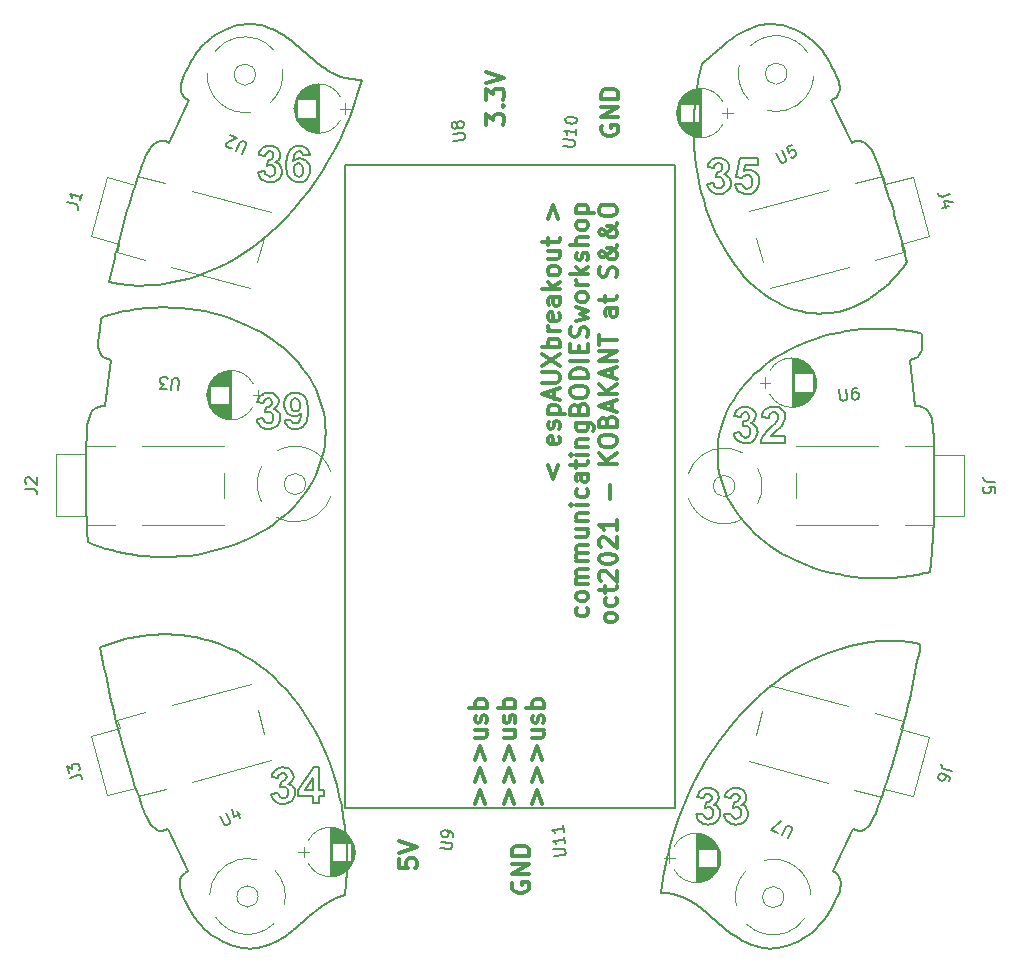
<source format=gbr>
%TF.GenerationSoftware,KiCad,Pcbnew,(6.0.2-0)*%
%TF.CreationDate,2022-03-08T15:03:46+01:00*%
%TF.ProjectId,ESP_aux_breakout,4553505f-6175-4785-9f62-7265616b6f75,rev?*%
%TF.SameCoordinates,Original*%
%TF.FileFunction,Legend,Top*%
%TF.FilePolarity,Positive*%
%FSLAX46Y46*%
G04 Gerber Fmt 4.6, Leading zero omitted, Abs format (unit mm)*
G04 Created by KiCad (PCBNEW (6.0.2-0)) date 2022-03-08 15:03:46*
%MOMM*%
%LPD*%
G01*
G04 APERTURE LIST*
%ADD10C,0.300000*%
%ADD11C,0.200000*%
%ADD12C,0.150000*%
%ADD13C,0.120000*%
%ADD14C,0.127000*%
G04 APERTURE END LIST*
D10*
X135690000Y-111552857D02*
X135618571Y-111695714D01*
X135618571Y-111910000D01*
X135690000Y-112124285D01*
X135832857Y-112267142D01*
X135975714Y-112338571D01*
X136261428Y-112410000D01*
X136475714Y-112410000D01*
X136761428Y-112338571D01*
X136904285Y-112267142D01*
X137047142Y-112124285D01*
X137118571Y-111910000D01*
X137118571Y-111767142D01*
X137047142Y-111552857D01*
X136975714Y-111481428D01*
X136475714Y-111481428D01*
X136475714Y-111767142D01*
X137118571Y-110838571D02*
X135618571Y-110838571D01*
X137118571Y-109981428D01*
X135618571Y-109981428D01*
X137118571Y-109267142D02*
X135618571Y-109267142D01*
X135618571Y-108910000D01*
X135690000Y-108695714D01*
X135832857Y-108552857D01*
X135975714Y-108481428D01*
X136261428Y-108410000D01*
X136475714Y-108410000D01*
X136761428Y-108481428D01*
X136904285Y-108552857D01*
X137047142Y-108695714D01*
X137118571Y-108910000D01*
X137118571Y-109267142D01*
X126108571Y-109555714D02*
X126108571Y-110270000D01*
X126822857Y-110341428D01*
X126751428Y-110270000D01*
X126680000Y-110127142D01*
X126680000Y-109770000D01*
X126751428Y-109627142D01*
X126822857Y-109555714D01*
X126965714Y-109484285D01*
X127322857Y-109484285D01*
X127465714Y-109555714D01*
X127537142Y-109627142D01*
X127608571Y-109770000D01*
X127608571Y-110127142D01*
X127537142Y-110270000D01*
X127465714Y-110341428D01*
X126108571Y-109055714D02*
X127608571Y-108555714D01*
X126108571Y-108055714D01*
X133488571Y-47384285D02*
X133488571Y-46455714D01*
X134060000Y-46955714D01*
X134060000Y-46741428D01*
X134131428Y-46598571D01*
X134202857Y-46527142D01*
X134345714Y-46455714D01*
X134702857Y-46455714D01*
X134845714Y-46527142D01*
X134917142Y-46598571D01*
X134988571Y-46741428D01*
X134988571Y-47170000D01*
X134917142Y-47312857D01*
X134845714Y-47384285D01*
X134845714Y-45812857D02*
X134917142Y-45741428D01*
X134988571Y-45812857D01*
X134917142Y-45884285D01*
X134845714Y-45812857D01*
X134988571Y-45812857D01*
X133488571Y-45241428D02*
X133488571Y-44312857D01*
X134060000Y-44812857D01*
X134060000Y-44598571D01*
X134131428Y-44455714D01*
X134202857Y-44384285D01*
X134345714Y-44312857D01*
X134702857Y-44312857D01*
X134845714Y-44384285D01*
X134917142Y-44455714D01*
X134988571Y-44598571D01*
X134988571Y-45027142D01*
X134917142Y-45170000D01*
X134845714Y-45241428D01*
X133488571Y-43884285D02*
X134988571Y-43384285D01*
X133488571Y-42884285D01*
X143230000Y-47452857D02*
X143158571Y-47595714D01*
X143158571Y-47810000D01*
X143230000Y-48024285D01*
X143372857Y-48167142D01*
X143515714Y-48238571D01*
X143801428Y-48310000D01*
X144015714Y-48310000D01*
X144301428Y-48238571D01*
X144444285Y-48167142D01*
X144587142Y-48024285D01*
X144658571Y-47810000D01*
X144658571Y-47667142D01*
X144587142Y-47452857D01*
X144515714Y-47381428D01*
X144015714Y-47381428D01*
X144015714Y-47667142D01*
X144658571Y-46738571D02*
X143158571Y-46738571D01*
X144658571Y-45881428D01*
X143158571Y-45881428D01*
X144658571Y-45167142D02*
X143158571Y-45167142D01*
X143158571Y-44810000D01*
X143230000Y-44595714D01*
X143372857Y-44452857D01*
X143515714Y-44381428D01*
X143801428Y-44310000D01*
X144015714Y-44310000D01*
X144301428Y-44381428D01*
X144444285Y-44452857D01*
X144587142Y-44595714D01*
X144658571Y-44810000D01*
X144658571Y-45167142D01*
X132523571Y-104867857D02*
X132952142Y-103725000D01*
X133380714Y-104867857D01*
X132523571Y-103010714D02*
X132952142Y-101867857D01*
X133380714Y-103010714D01*
X132523571Y-101153571D02*
X132952142Y-100010714D01*
X133380714Y-101153571D01*
X132523571Y-98653571D02*
X133523571Y-98653571D01*
X132523571Y-99296428D02*
X133309285Y-99296428D01*
X133452142Y-99225000D01*
X133523571Y-99082142D01*
X133523571Y-98867857D01*
X133452142Y-98725000D01*
X133380714Y-98653571D01*
X133452142Y-98010714D02*
X133523571Y-97867857D01*
X133523571Y-97582142D01*
X133452142Y-97439285D01*
X133309285Y-97367857D01*
X133237857Y-97367857D01*
X133095000Y-97439285D01*
X133023571Y-97582142D01*
X133023571Y-97796428D01*
X132952142Y-97939285D01*
X132809285Y-98010714D01*
X132737857Y-98010714D01*
X132595000Y-97939285D01*
X132523571Y-97796428D01*
X132523571Y-97582142D01*
X132595000Y-97439285D01*
X133523571Y-96725000D02*
X132023571Y-96725000D01*
X132595000Y-96725000D02*
X132523571Y-96582142D01*
X132523571Y-96296428D01*
X132595000Y-96153571D01*
X132666428Y-96082142D01*
X132809285Y-96010714D01*
X133237857Y-96010714D01*
X133380714Y-96082142D01*
X133452142Y-96153571D01*
X133523571Y-96296428D01*
X133523571Y-96582142D01*
X133452142Y-96725000D01*
X134938571Y-104867857D02*
X135367142Y-103725000D01*
X135795714Y-104867857D01*
X134938571Y-103010714D02*
X135367142Y-101867857D01*
X135795714Y-103010714D01*
X134938571Y-101153571D02*
X135367142Y-100010714D01*
X135795714Y-101153571D01*
X134938571Y-98653571D02*
X135938571Y-98653571D01*
X134938571Y-99296428D02*
X135724285Y-99296428D01*
X135867142Y-99225000D01*
X135938571Y-99082142D01*
X135938571Y-98867857D01*
X135867142Y-98725000D01*
X135795714Y-98653571D01*
X135867142Y-98010714D02*
X135938571Y-97867857D01*
X135938571Y-97582142D01*
X135867142Y-97439285D01*
X135724285Y-97367857D01*
X135652857Y-97367857D01*
X135510000Y-97439285D01*
X135438571Y-97582142D01*
X135438571Y-97796428D01*
X135367142Y-97939285D01*
X135224285Y-98010714D01*
X135152857Y-98010714D01*
X135010000Y-97939285D01*
X134938571Y-97796428D01*
X134938571Y-97582142D01*
X135010000Y-97439285D01*
X135938571Y-96725000D02*
X134438571Y-96725000D01*
X135010000Y-96725000D02*
X134938571Y-96582142D01*
X134938571Y-96296428D01*
X135010000Y-96153571D01*
X135081428Y-96082142D01*
X135224285Y-96010714D01*
X135652857Y-96010714D01*
X135795714Y-96082142D01*
X135867142Y-96153571D01*
X135938571Y-96296428D01*
X135938571Y-96582142D01*
X135867142Y-96725000D01*
X137353571Y-104867857D02*
X137782142Y-103725000D01*
X138210714Y-104867857D01*
X137353571Y-103010714D02*
X137782142Y-101867857D01*
X138210714Y-103010714D01*
X137353571Y-101153571D02*
X137782142Y-100010714D01*
X138210714Y-101153571D01*
X137353571Y-98653571D02*
X138353571Y-98653571D01*
X137353571Y-99296428D02*
X138139285Y-99296428D01*
X138282142Y-99225000D01*
X138353571Y-99082142D01*
X138353571Y-98867857D01*
X138282142Y-98725000D01*
X138210714Y-98653571D01*
X138282142Y-98010714D02*
X138353571Y-97867857D01*
X138353571Y-97582142D01*
X138282142Y-97439285D01*
X138139285Y-97367857D01*
X138067857Y-97367857D01*
X137925000Y-97439285D01*
X137853571Y-97582142D01*
X137853571Y-97796428D01*
X137782142Y-97939285D01*
X137639285Y-98010714D01*
X137567857Y-98010714D01*
X137425000Y-97939285D01*
X137353571Y-97796428D01*
X137353571Y-97582142D01*
X137425000Y-97439285D01*
X138353571Y-96725000D02*
X136853571Y-96725000D01*
X137425000Y-96725000D02*
X137353571Y-96582142D01*
X137353571Y-96296428D01*
X137425000Y-96153571D01*
X137496428Y-96082142D01*
X137639285Y-96010714D01*
X138067857Y-96010714D01*
X138210714Y-96082142D01*
X138282142Y-96153571D01*
X138353571Y-96296428D01*
X138353571Y-96582142D01*
X138282142Y-96725000D01*
X138673571Y-76202142D02*
X139102142Y-77345000D01*
X139530714Y-76202142D01*
X139602142Y-73773571D02*
X139673571Y-73916428D01*
X139673571Y-74202142D01*
X139602142Y-74345000D01*
X139459285Y-74416428D01*
X138887857Y-74416428D01*
X138745000Y-74345000D01*
X138673571Y-74202142D01*
X138673571Y-73916428D01*
X138745000Y-73773571D01*
X138887857Y-73702142D01*
X139030714Y-73702142D01*
X139173571Y-74416428D01*
X139602142Y-73130714D02*
X139673571Y-72987857D01*
X139673571Y-72702142D01*
X139602142Y-72559285D01*
X139459285Y-72487857D01*
X139387857Y-72487857D01*
X139245000Y-72559285D01*
X139173571Y-72702142D01*
X139173571Y-72916428D01*
X139102142Y-73059285D01*
X138959285Y-73130714D01*
X138887857Y-73130714D01*
X138745000Y-73059285D01*
X138673571Y-72916428D01*
X138673571Y-72702142D01*
X138745000Y-72559285D01*
X138673571Y-71845000D02*
X140173571Y-71845000D01*
X138745000Y-71845000D02*
X138673571Y-71702142D01*
X138673571Y-71416428D01*
X138745000Y-71273571D01*
X138816428Y-71202142D01*
X138959285Y-71130714D01*
X139387857Y-71130714D01*
X139530714Y-71202142D01*
X139602142Y-71273571D01*
X139673571Y-71416428D01*
X139673571Y-71702142D01*
X139602142Y-71845000D01*
X139245000Y-70559285D02*
X139245000Y-69845000D01*
X139673571Y-70702142D02*
X138173571Y-70202142D01*
X139673571Y-69702142D01*
X138173571Y-69202142D02*
X139387857Y-69202142D01*
X139530714Y-69130714D01*
X139602142Y-69059285D01*
X139673571Y-68916428D01*
X139673571Y-68630714D01*
X139602142Y-68487857D01*
X139530714Y-68416428D01*
X139387857Y-68345000D01*
X138173571Y-68345000D01*
X138173571Y-67773571D02*
X139673571Y-66773571D01*
X138173571Y-66773571D02*
X139673571Y-67773571D01*
X139673571Y-66202142D02*
X138173571Y-66202142D01*
X138745000Y-66202142D02*
X138673571Y-66059285D01*
X138673571Y-65773571D01*
X138745000Y-65630714D01*
X138816428Y-65559285D01*
X138959285Y-65487857D01*
X139387857Y-65487857D01*
X139530714Y-65559285D01*
X139602142Y-65630714D01*
X139673571Y-65773571D01*
X139673571Y-66059285D01*
X139602142Y-66202142D01*
X139673571Y-64845000D02*
X138673571Y-64845000D01*
X138959285Y-64845000D02*
X138816428Y-64773571D01*
X138745000Y-64702142D01*
X138673571Y-64559285D01*
X138673571Y-64416428D01*
X139602142Y-63345000D02*
X139673571Y-63487857D01*
X139673571Y-63773571D01*
X139602142Y-63916428D01*
X139459285Y-63987857D01*
X138887857Y-63987857D01*
X138745000Y-63916428D01*
X138673571Y-63773571D01*
X138673571Y-63487857D01*
X138745000Y-63345000D01*
X138887857Y-63273571D01*
X139030714Y-63273571D01*
X139173571Y-63987857D01*
X139673571Y-61987857D02*
X138887857Y-61987857D01*
X138745000Y-62059285D01*
X138673571Y-62202142D01*
X138673571Y-62487857D01*
X138745000Y-62630714D01*
X139602142Y-61987857D02*
X139673571Y-62130714D01*
X139673571Y-62487857D01*
X139602142Y-62630714D01*
X139459285Y-62702142D01*
X139316428Y-62702142D01*
X139173571Y-62630714D01*
X139102142Y-62487857D01*
X139102142Y-62130714D01*
X139030714Y-61987857D01*
X139673571Y-61273571D02*
X138173571Y-61273571D01*
X139102142Y-61130714D02*
X139673571Y-60702142D01*
X138673571Y-60702142D02*
X139245000Y-61273571D01*
X139673571Y-59845000D02*
X139602142Y-59987857D01*
X139530714Y-60059285D01*
X139387857Y-60130714D01*
X138959285Y-60130714D01*
X138816428Y-60059285D01*
X138745000Y-59987857D01*
X138673571Y-59845000D01*
X138673571Y-59630714D01*
X138745000Y-59487857D01*
X138816428Y-59416428D01*
X138959285Y-59345000D01*
X139387857Y-59345000D01*
X139530714Y-59416428D01*
X139602142Y-59487857D01*
X139673571Y-59630714D01*
X139673571Y-59845000D01*
X138673571Y-58059285D02*
X139673571Y-58059285D01*
X138673571Y-58702142D02*
X139459285Y-58702142D01*
X139602142Y-58630714D01*
X139673571Y-58487857D01*
X139673571Y-58273571D01*
X139602142Y-58130714D01*
X139530714Y-58059285D01*
X138673571Y-57559285D02*
X138673571Y-56987857D01*
X138173571Y-57345000D02*
X139459285Y-57345000D01*
X139602142Y-57273571D01*
X139673571Y-57130714D01*
X139673571Y-56987857D01*
X138673571Y-55345000D02*
X139102142Y-54202142D01*
X139530714Y-55345000D01*
X142017142Y-88273571D02*
X142088571Y-88416428D01*
X142088571Y-88702142D01*
X142017142Y-88845000D01*
X141945714Y-88916428D01*
X141802857Y-88987857D01*
X141374285Y-88987857D01*
X141231428Y-88916428D01*
X141160000Y-88845000D01*
X141088571Y-88702142D01*
X141088571Y-88416428D01*
X141160000Y-88273571D01*
X142088571Y-87416428D02*
X142017142Y-87559285D01*
X141945714Y-87630714D01*
X141802857Y-87702142D01*
X141374285Y-87702142D01*
X141231428Y-87630714D01*
X141160000Y-87559285D01*
X141088571Y-87416428D01*
X141088571Y-87202142D01*
X141160000Y-87059285D01*
X141231428Y-86987857D01*
X141374285Y-86916428D01*
X141802857Y-86916428D01*
X141945714Y-86987857D01*
X142017142Y-87059285D01*
X142088571Y-87202142D01*
X142088571Y-87416428D01*
X142088571Y-86273571D02*
X141088571Y-86273571D01*
X141231428Y-86273571D02*
X141160000Y-86202142D01*
X141088571Y-86059285D01*
X141088571Y-85845000D01*
X141160000Y-85702142D01*
X141302857Y-85630714D01*
X142088571Y-85630714D01*
X141302857Y-85630714D02*
X141160000Y-85559285D01*
X141088571Y-85416428D01*
X141088571Y-85202142D01*
X141160000Y-85059285D01*
X141302857Y-84987857D01*
X142088571Y-84987857D01*
X142088571Y-84273571D02*
X141088571Y-84273571D01*
X141231428Y-84273571D02*
X141160000Y-84202142D01*
X141088571Y-84059285D01*
X141088571Y-83845000D01*
X141160000Y-83702142D01*
X141302857Y-83630714D01*
X142088571Y-83630714D01*
X141302857Y-83630714D02*
X141160000Y-83559285D01*
X141088571Y-83416428D01*
X141088571Y-83202142D01*
X141160000Y-83059285D01*
X141302857Y-82987857D01*
X142088571Y-82987857D01*
X141088571Y-81630714D02*
X142088571Y-81630714D01*
X141088571Y-82273571D02*
X141874285Y-82273571D01*
X142017142Y-82202142D01*
X142088571Y-82059285D01*
X142088571Y-81845000D01*
X142017142Y-81702142D01*
X141945714Y-81630714D01*
X141088571Y-80916428D02*
X142088571Y-80916428D01*
X141231428Y-80916428D02*
X141160000Y-80845000D01*
X141088571Y-80702142D01*
X141088571Y-80487857D01*
X141160000Y-80345000D01*
X141302857Y-80273571D01*
X142088571Y-80273571D01*
X142088571Y-79559285D02*
X141088571Y-79559285D01*
X140588571Y-79559285D02*
X140660000Y-79630714D01*
X140731428Y-79559285D01*
X140660000Y-79487857D01*
X140588571Y-79559285D01*
X140731428Y-79559285D01*
X142017142Y-78202142D02*
X142088571Y-78345000D01*
X142088571Y-78630714D01*
X142017142Y-78773571D01*
X141945714Y-78845000D01*
X141802857Y-78916428D01*
X141374285Y-78916428D01*
X141231428Y-78845000D01*
X141160000Y-78773571D01*
X141088571Y-78630714D01*
X141088571Y-78345000D01*
X141160000Y-78202142D01*
X142088571Y-76916428D02*
X141302857Y-76916428D01*
X141160000Y-76987857D01*
X141088571Y-77130714D01*
X141088571Y-77416428D01*
X141160000Y-77559285D01*
X142017142Y-76916428D02*
X142088571Y-77059285D01*
X142088571Y-77416428D01*
X142017142Y-77559285D01*
X141874285Y-77630714D01*
X141731428Y-77630714D01*
X141588571Y-77559285D01*
X141517142Y-77416428D01*
X141517142Y-77059285D01*
X141445714Y-76916428D01*
X141088571Y-76416428D02*
X141088571Y-75845000D01*
X140588571Y-76202142D02*
X141874285Y-76202142D01*
X142017142Y-76130714D01*
X142088571Y-75987857D01*
X142088571Y-75845000D01*
X142088571Y-75345000D02*
X141088571Y-75345000D01*
X140588571Y-75345000D02*
X140660000Y-75416428D01*
X140731428Y-75345000D01*
X140660000Y-75273571D01*
X140588571Y-75345000D01*
X140731428Y-75345000D01*
X141088571Y-74630714D02*
X142088571Y-74630714D01*
X141231428Y-74630714D02*
X141160000Y-74559285D01*
X141088571Y-74416428D01*
X141088571Y-74202142D01*
X141160000Y-74059285D01*
X141302857Y-73987857D01*
X142088571Y-73987857D01*
X141088571Y-72630714D02*
X142302857Y-72630714D01*
X142445714Y-72702142D01*
X142517142Y-72773571D01*
X142588571Y-72916428D01*
X142588571Y-73130714D01*
X142517142Y-73273571D01*
X142017142Y-72630714D02*
X142088571Y-72773571D01*
X142088571Y-73059285D01*
X142017142Y-73202142D01*
X141945714Y-73273571D01*
X141802857Y-73345000D01*
X141374285Y-73345000D01*
X141231428Y-73273571D01*
X141160000Y-73202142D01*
X141088571Y-73059285D01*
X141088571Y-72773571D01*
X141160000Y-72630714D01*
X141302857Y-71416428D02*
X141374285Y-71202142D01*
X141445714Y-71130714D01*
X141588571Y-71059285D01*
X141802857Y-71059285D01*
X141945714Y-71130714D01*
X142017142Y-71202142D01*
X142088571Y-71345000D01*
X142088571Y-71916428D01*
X140588571Y-71916428D01*
X140588571Y-71416428D01*
X140660000Y-71273571D01*
X140731428Y-71202142D01*
X140874285Y-71130714D01*
X141017142Y-71130714D01*
X141160000Y-71202142D01*
X141231428Y-71273571D01*
X141302857Y-71416428D01*
X141302857Y-71916428D01*
X140588571Y-70130714D02*
X140588571Y-69845000D01*
X140660000Y-69702142D01*
X140802857Y-69559285D01*
X141088571Y-69487857D01*
X141588571Y-69487857D01*
X141874285Y-69559285D01*
X142017142Y-69702142D01*
X142088571Y-69845000D01*
X142088571Y-70130714D01*
X142017142Y-70273571D01*
X141874285Y-70416428D01*
X141588571Y-70487857D01*
X141088571Y-70487857D01*
X140802857Y-70416428D01*
X140660000Y-70273571D01*
X140588571Y-70130714D01*
X142088571Y-68845000D02*
X140588571Y-68845000D01*
X140588571Y-68487857D01*
X140660000Y-68273571D01*
X140802857Y-68130714D01*
X140945714Y-68059285D01*
X141231428Y-67987857D01*
X141445714Y-67987857D01*
X141731428Y-68059285D01*
X141874285Y-68130714D01*
X142017142Y-68273571D01*
X142088571Y-68487857D01*
X142088571Y-68845000D01*
X142088571Y-67345000D02*
X140588571Y-67345000D01*
X141302857Y-66630714D02*
X141302857Y-66130714D01*
X142088571Y-65916428D02*
X142088571Y-66630714D01*
X140588571Y-66630714D01*
X140588571Y-65916428D01*
X142017142Y-65345000D02*
X142088571Y-65130714D01*
X142088571Y-64773571D01*
X142017142Y-64630714D01*
X141945714Y-64559285D01*
X141802857Y-64487857D01*
X141660000Y-64487857D01*
X141517142Y-64559285D01*
X141445714Y-64630714D01*
X141374285Y-64773571D01*
X141302857Y-65059285D01*
X141231428Y-65202142D01*
X141160000Y-65273571D01*
X141017142Y-65345000D01*
X140874285Y-65345000D01*
X140731428Y-65273571D01*
X140660000Y-65202142D01*
X140588571Y-65059285D01*
X140588571Y-64702142D01*
X140660000Y-64487857D01*
X141088571Y-63987857D02*
X142088571Y-63702142D01*
X141374285Y-63416428D01*
X142088571Y-63130714D01*
X141088571Y-62845000D01*
X142088571Y-62059285D02*
X142017142Y-62202142D01*
X141945714Y-62273571D01*
X141802857Y-62345000D01*
X141374285Y-62345000D01*
X141231428Y-62273571D01*
X141160000Y-62202142D01*
X141088571Y-62059285D01*
X141088571Y-61845000D01*
X141160000Y-61702142D01*
X141231428Y-61630714D01*
X141374285Y-61559285D01*
X141802857Y-61559285D01*
X141945714Y-61630714D01*
X142017142Y-61702142D01*
X142088571Y-61845000D01*
X142088571Y-62059285D01*
X142088571Y-60916428D02*
X141088571Y-60916428D01*
X141374285Y-60916428D02*
X141231428Y-60845000D01*
X141160000Y-60773571D01*
X141088571Y-60630714D01*
X141088571Y-60487857D01*
X142088571Y-59987857D02*
X140588571Y-59987857D01*
X141517142Y-59845000D02*
X142088571Y-59416428D01*
X141088571Y-59416428D02*
X141660000Y-59987857D01*
X142017142Y-58845000D02*
X142088571Y-58702142D01*
X142088571Y-58416428D01*
X142017142Y-58273571D01*
X141874285Y-58202142D01*
X141802857Y-58202142D01*
X141660000Y-58273571D01*
X141588571Y-58416428D01*
X141588571Y-58630714D01*
X141517142Y-58773571D01*
X141374285Y-58845000D01*
X141302857Y-58845000D01*
X141160000Y-58773571D01*
X141088571Y-58630714D01*
X141088571Y-58416428D01*
X141160000Y-58273571D01*
X142088571Y-57559285D02*
X140588571Y-57559285D01*
X142088571Y-56916428D02*
X141302857Y-56916428D01*
X141160000Y-56987857D01*
X141088571Y-57130714D01*
X141088571Y-57345000D01*
X141160000Y-57487857D01*
X141231428Y-57559285D01*
X142088571Y-55987857D02*
X142017142Y-56130714D01*
X141945714Y-56202142D01*
X141802857Y-56273571D01*
X141374285Y-56273571D01*
X141231428Y-56202142D01*
X141160000Y-56130714D01*
X141088571Y-55987857D01*
X141088571Y-55773571D01*
X141160000Y-55630714D01*
X141231428Y-55559285D01*
X141374285Y-55487857D01*
X141802857Y-55487857D01*
X141945714Y-55559285D01*
X142017142Y-55630714D01*
X142088571Y-55773571D01*
X142088571Y-55987857D01*
X141088571Y-54845000D02*
X142588571Y-54845000D01*
X141160000Y-54845000D02*
X141088571Y-54702142D01*
X141088571Y-54416428D01*
X141160000Y-54273571D01*
X141231428Y-54202142D01*
X141374285Y-54130714D01*
X141802857Y-54130714D01*
X141945714Y-54202142D01*
X142017142Y-54273571D01*
X142088571Y-54416428D01*
X142088571Y-54702142D01*
X142017142Y-54845000D01*
X144503571Y-89202142D02*
X144432142Y-89345000D01*
X144360714Y-89416428D01*
X144217857Y-89487857D01*
X143789285Y-89487857D01*
X143646428Y-89416428D01*
X143575000Y-89345000D01*
X143503571Y-89202142D01*
X143503571Y-88987857D01*
X143575000Y-88845000D01*
X143646428Y-88773571D01*
X143789285Y-88702142D01*
X144217857Y-88702142D01*
X144360714Y-88773571D01*
X144432142Y-88845000D01*
X144503571Y-88987857D01*
X144503571Y-89202142D01*
X144432142Y-87416428D02*
X144503571Y-87559285D01*
X144503571Y-87845000D01*
X144432142Y-87987857D01*
X144360714Y-88059285D01*
X144217857Y-88130714D01*
X143789285Y-88130714D01*
X143646428Y-88059285D01*
X143575000Y-87987857D01*
X143503571Y-87845000D01*
X143503571Y-87559285D01*
X143575000Y-87416428D01*
X143503571Y-86987857D02*
X143503571Y-86416428D01*
X143003571Y-86773571D02*
X144289285Y-86773571D01*
X144432142Y-86702142D01*
X144503571Y-86559285D01*
X144503571Y-86416428D01*
X143146428Y-85987857D02*
X143075000Y-85916428D01*
X143003571Y-85773571D01*
X143003571Y-85416428D01*
X143075000Y-85273571D01*
X143146428Y-85202142D01*
X143289285Y-85130714D01*
X143432142Y-85130714D01*
X143646428Y-85202142D01*
X144503571Y-86059285D01*
X144503571Y-85130714D01*
X143003571Y-84202142D02*
X143003571Y-84059285D01*
X143075000Y-83916428D01*
X143146428Y-83845000D01*
X143289285Y-83773571D01*
X143575000Y-83702142D01*
X143932142Y-83702142D01*
X144217857Y-83773571D01*
X144360714Y-83845000D01*
X144432142Y-83916428D01*
X144503571Y-84059285D01*
X144503571Y-84202142D01*
X144432142Y-84345000D01*
X144360714Y-84416428D01*
X144217857Y-84487857D01*
X143932142Y-84559285D01*
X143575000Y-84559285D01*
X143289285Y-84487857D01*
X143146428Y-84416428D01*
X143075000Y-84345000D01*
X143003571Y-84202142D01*
X143146428Y-83130714D02*
X143075000Y-83059285D01*
X143003571Y-82916428D01*
X143003571Y-82559285D01*
X143075000Y-82416428D01*
X143146428Y-82345000D01*
X143289285Y-82273571D01*
X143432142Y-82273571D01*
X143646428Y-82345000D01*
X144503571Y-83202142D01*
X144503571Y-82273571D01*
X144503571Y-80845000D02*
X144503571Y-81702142D01*
X144503571Y-81273571D02*
X143003571Y-81273571D01*
X143217857Y-81416428D01*
X143360714Y-81559285D01*
X143432142Y-81702142D01*
X143932142Y-79059285D02*
X143932142Y-77916428D01*
X144503571Y-76059285D02*
X143003571Y-76059285D01*
X144503571Y-75202142D02*
X143646428Y-75845000D01*
X143003571Y-75202142D02*
X143860714Y-76059285D01*
X143003571Y-74273571D02*
X143003571Y-73987857D01*
X143075000Y-73845000D01*
X143217857Y-73702142D01*
X143503571Y-73630714D01*
X144003571Y-73630714D01*
X144289285Y-73702142D01*
X144432142Y-73845000D01*
X144503571Y-73987857D01*
X144503571Y-74273571D01*
X144432142Y-74416428D01*
X144289285Y-74559285D01*
X144003571Y-74630714D01*
X143503571Y-74630714D01*
X143217857Y-74559285D01*
X143075000Y-74416428D01*
X143003571Y-74273571D01*
X143717857Y-72487857D02*
X143789285Y-72273571D01*
X143860714Y-72202142D01*
X144003571Y-72130714D01*
X144217857Y-72130714D01*
X144360714Y-72202142D01*
X144432142Y-72273571D01*
X144503571Y-72416428D01*
X144503571Y-72987857D01*
X143003571Y-72987857D01*
X143003571Y-72487857D01*
X143075000Y-72345000D01*
X143146428Y-72273571D01*
X143289285Y-72202142D01*
X143432142Y-72202142D01*
X143575000Y-72273571D01*
X143646428Y-72345000D01*
X143717857Y-72487857D01*
X143717857Y-72987857D01*
X144075000Y-71559285D02*
X144075000Y-70845000D01*
X144503571Y-71702142D02*
X143003571Y-71202142D01*
X144503571Y-70702142D01*
X144503571Y-70202142D02*
X143003571Y-70202142D01*
X144503571Y-69345000D02*
X143646428Y-69987857D01*
X143003571Y-69345000D02*
X143860714Y-70202142D01*
X144075000Y-68773571D02*
X144075000Y-68059285D01*
X144503571Y-68916428D02*
X143003571Y-68416428D01*
X144503571Y-67916428D01*
X144503571Y-67416428D02*
X143003571Y-67416428D01*
X144503571Y-66559285D01*
X143003571Y-66559285D01*
X143003571Y-66059285D02*
X143003571Y-65202142D01*
X144503571Y-65630714D02*
X143003571Y-65630714D01*
X144503571Y-62916428D02*
X143717857Y-62916428D01*
X143575000Y-62987857D01*
X143503571Y-63130714D01*
X143503571Y-63416428D01*
X143575000Y-63559285D01*
X144432142Y-62916428D02*
X144503571Y-63059285D01*
X144503571Y-63416428D01*
X144432142Y-63559285D01*
X144289285Y-63630714D01*
X144146428Y-63630714D01*
X144003571Y-63559285D01*
X143932142Y-63416428D01*
X143932142Y-63059285D01*
X143860714Y-62916428D01*
X143503571Y-62416428D02*
X143503571Y-61845000D01*
X143003571Y-62202142D02*
X144289285Y-62202142D01*
X144432142Y-62130714D01*
X144503571Y-61987857D01*
X144503571Y-61845000D01*
X144432142Y-60273571D02*
X144503571Y-60059285D01*
X144503571Y-59702142D01*
X144432142Y-59559285D01*
X144360714Y-59487857D01*
X144217857Y-59416428D01*
X144075000Y-59416428D01*
X143932142Y-59487857D01*
X143860714Y-59559285D01*
X143789285Y-59702142D01*
X143717857Y-59987857D01*
X143646428Y-60130714D01*
X143575000Y-60202142D01*
X143432142Y-60273571D01*
X143289285Y-60273571D01*
X143146428Y-60202142D01*
X143075000Y-60130714D01*
X143003571Y-59987857D01*
X143003571Y-59630714D01*
X143075000Y-59416428D01*
X144503571Y-57559285D02*
X144503571Y-57630714D01*
X144432142Y-57773571D01*
X144217857Y-57987857D01*
X143789285Y-58345000D01*
X143575000Y-58487857D01*
X143360714Y-58559285D01*
X143217857Y-58559285D01*
X143075000Y-58487857D01*
X143003571Y-58345000D01*
X143003571Y-58273571D01*
X143075000Y-58130714D01*
X143217857Y-58059285D01*
X143289285Y-58059285D01*
X143432142Y-58130714D01*
X143503571Y-58202142D01*
X143789285Y-58630714D01*
X143860714Y-58702142D01*
X144003571Y-58773571D01*
X144217857Y-58773571D01*
X144360714Y-58702142D01*
X144432142Y-58630714D01*
X144503571Y-58487857D01*
X144503571Y-58273571D01*
X144432142Y-58130714D01*
X144360714Y-58059285D01*
X144075000Y-57845000D01*
X143860714Y-57773571D01*
X143717857Y-57773571D01*
X144503571Y-55702142D02*
X144503571Y-55773571D01*
X144432142Y-55916428D01*
X144217857Y-56130714D01*
X143789285Y-56487857D01*
X143575000Y-56630714D01*
X143360714Y-56702142D01*
X143217857Y-56702142D01*
X143075000Y-56630714D01*
X143003571Y-56487857D01*
X143003571Y-56416428D01*
X143075000Y-56273571D01*
X143217857Y-56202142D01*
X143289285Y-56202142D01*
X143432142Y-56273571D01*
X143503571Y-56345000D01*
X143789285Y-56773571D01*
X143860714Y-56845000D01*
X144003571Y-56916428D01*
X144217857Y-56916428D01*
X144360714Y-56845000D01*
X144432142Y-56773571D01*
X144503571Y-56630714D01*
X144503571Y-56416428D01*
X144432142Y-56273571D01*
X144360714Y-56202142D01*
X144075000Y-55987857D01*
X143860714Y-55916428D01*
X143717857Y-55916428D01*
X143003571Y-54773571D02*
X143003571Y-54487857D01*
X143075000Y-54345000D01*
X143217857Y-54202142D01*
X143503571Y-54130714D01*
X144003571Y-54130714D01*
X144289285Y-54202142D01*
X144432142Y-54345000D01*
X144503571Y-54487857D01*
X144503571Y-54773571D01*
X144432142Y-54916428D01*
X144289285Y-55059285D01*
X144003571Y-55130714D01*
X143503571Y-55130714D01*
X143217857Y-55059285D01*
X143075000Y-54916428D01*
X143003571Y-54773571D01*
D11*
X101521930Y-60698306D02*
X102361774Y-60849130D01*
X103203142Y-60945577D01*
X104044782Y-60988654D01*
X104885444Y-60979373D01*
X105723876Y-60918741D01*
X106558829Y-60807770D01*
X107389051Y-60647469D01*
X108213291Y-60438846D01*
X109030299Y-60182912D01*
X109838824Y-59880677D01*
X110637616Y-59533149D01*
X111425422Y-59141339D01*
X112200993Y-58706256D01*
X112963078Y-58228910D01*
X113710426Y-57710309D01*
X114441786Y-57151465D01*
X115155907Y-56553385D01*
X115851539Y-55917081D01*
X116527431Y-55243561D01*
X117182333Y-54533835D01*
X117814992Y-53788913D01*
X118424159Y-53009804D01*
X119008583Y-52197518D01*
X119567012Y-51353065D01*
X120098197Y-50477453D01*
X120600887Y-49571692D01*
X121073830Y-48636793D01*
X121515775Y-47673765D01*
X121925473Y-46683617D01*
X122301672Y-45667358D01*
X122643122Y-44625999D01*
X122948572Y-43560550D01*
X104591725Y-50138464D02*
X104475690Y-50446875D01*
X104360938Y-50757078D01*
X104247469Y-51069031D01*
X104135287Y-51382695D01*
X104024391Y-51698031D01*
X103914784Y-52014997D01*
X103806466Y-52333556D01*
X103699440Y-52653666D01*
X103593707Y-52975288D01*
X103489267Y-53298383D01*
X103386123Y-53622909D01*
X103284277Y-53948828D01*
X103183728Y-54276100D01*
X103084480Y-54604684D01*
X102986533Y-54934542D01*
X102889888Y-55265633D01*
X102794548Y-55597917D01*
X102700514Y-55931355D01*
X102607786Y-56265906D01*
X102516367Y-56601531D01*
X102426258Y-56938191D01*
X102337461Y-57275844D01*
X102249976Y-57614452D01*
X102163806Y-57953975D01*
X102078951Y-58294373D01*
X101995414Y-58635605D01*
X101913195Y-58977633D01*
X101832296Y-59320416D01*
X101752718Y-59663915D01*
X101674464Y-60008089D01*
X101597534Y-60352899D01*
X101521930Y-60698306D01*
X152991592Y-106343152D02*
X152816366Y-106479044D01*
X152618577Y-106570463D01*
X152398223Y-106617407D01*
X152266055Y-106624271D01*
X170232658Y-91344089D02*
X169382797Y-91206087D01*
X168531695Y-91123408D01*
X167680647Y-91095007D01*
X166830947Y-91119843D01*
X165983892Y-91196871D01*
X165140777Y-91325048D01*
X164302896Y-91503331D01*
X163471547Y-91730676D01*
X162648024Y-92006040D01*
X161833622Y-92328380D01*
X161029637Y-92696653D01*
X160237364Y-93109814D01*
X159458100Y-93566822D01*
X158693138Y-94066632D01*
X157943775Y-94608201D01*
X157211306Y-95190487D01*
X156497026Y-95812444D01*
X155802232Y-96473031D01*
X155128217Y-97171204D01*
X154476279Y-97905920D01*
X153847711Y-98676135D01*
X153243810Y-99480806D01*
X152665871Y-100318889D01*
X152115190Y-101189342D01*
X151593061Y-102091121D01*
X151100780Y-103023183D01*
X150639643Y-103984484D01*
X150210945Y-104973981D01*
X149815982Y-105990631D01*
X149456048Y-107033390D01*
X149132440Y-108101215D01*
X148846453Y-109193064D01*
X152247451Y-103529887D02*
X152450797Y-103546940D01*
X152654237Y-103606892D01*
X152830862Y-103710011D01*
X152933714Y-103802738D01*
X151795799Y-103623938D02*
X151995414Y-103556430D01*
X152200981Y-103530713D01*
X152247451Y-103529887D01*
X153835985Y-103882320D02*
X153980765Y-103727553D01*
X154150178Y-103623938D01*
X153667520Y-104321570D02*
X153722247Y-104116449D01*
X153808709Y-103925130D01*
X153835985Y-103882320D01*
X154202887Y-104412520D02*
X153667520Y-104321570D01*
X106597654Y-48890069D02*
X106330259Y-48788984D01*
X106084544Y-48746281D01*
X105858685Y-48757372D01*
X105650861Y-48817670D01*
X105459249Y-48922587D01*
X105282027Y-49067535D01*
X105117373Y-49247927D01*
X104963466Y-49459175D01*
X104818482Y-49696691D01*
X104680600Y-49955887D01*
X104591725Y-50138464D01*
X108294622Y-45300000D02*
X106597654Y-48890069D01*
X107985984Y-42957572D02*
X107901320Y-43142134D01*
X107788560Y-43413198D01*
X107697059Y-43675989D01*
X107631519Y-43929003D01*
X107596643Y-44170736D01*
X107597133Y-44399684D01*
X107637689Y-44614342D01*
X107723015Y-44813207D01*
X107857811Y-44994774D01*
X108046779Y-45157540D01*
X108294622Y-45300000D01*
X156144199Y-74060195D02*
X155968973Y-74196088D01*
X155771183Y-74287507D01*
X155550830Y-74334451D01*
X155418662Y-74341315D01*
X161665955Y-40820041D02*
X161389079Y-40540383D01*
X161099648Y-40279903D01*
X160799169Y-40039171D01*
X160489152Y-39818757D01*
X160171106Y-39619231D01*
X159846539Y-39441163D01*
X159516960Y-39285123D01*
X159183879Y-39151680D01*
X158848804Y-39041406D01*
X158513245Y-38954869D01*
X158178710Y-38892640D01*
X157846708Y-38855289D01*
X157518748Y-38843386D01*
X157196339Y-38857500D01*
X156880990Y-38898203D01*
X156574211Y-38966063D01*
X154919123Y-106006221D02*
X155018571Y-105822656D01*
X155042113Y-105638285D01*
X154616299Y-106142647D02*
X154818886Y-106089355D01*
X154919123Y-106006221D01*
X154331045Y-106028959D02*
X154507051Y-106129213D01*
X154616299Y-106142647D01*
X154186351Y-105700297D02*
X154240571Y-105900121D01*
X154331045Y-106028959D01*
X153624111Y-105768510D02*
X154186351Y-105700297D01*
X153938304Y-106387593D02*
X153791268Y-106225438D01*
X153688642Y-106034821D01*
X153634248Y-105838930D01*
X153624111Y-105768510D01*
X154620433Y-106624271D02*
X154400170Y-106605549D01*
X154202144Y-106549384D01*
X154008196Y-106443064D01*
X153938304Y-106387593D01*
X155345970Y-106343152D02*
X155170744Y-106479044D01*
X154972955Y-106570463D01*
X154752601Y-106617407D01*
X154620433Y-106624271D01*
X153283047Y-105663090D02*
X153259992Y-105878174D01*
X153190828Y-106074619D01*
X153075555Y-106252425D01*
X152991592Y-106343152D01*
X153126984Y-105193868D02*
X153233667Y-105379313D01*
X153279236Y-105579146D01*
X153283047Y-105663090D01*
X152710472Y-104943754D02*
X152904859Y-105011956D01*
X153075665Y-105136529D01*
X153126984Y-105193868D01*
X153146621Y-104307100D02*
X153112120Y-104518751D01*
X153008620Y-104704895D01*
X152858694Y-104848943D01*
X152710472Y-104943754D01*
X152933714Y-103802738D02*
X153054929Y-103963056D01*
X153129779Y-104153548D01*
X153146621Y-104307100D01*
X117299197Y-49798455D02*
X117211431Y-49991831D01*
X117168855Y-50194853D01*
X117143501Y-50422811D01*
X117139000Y-50486785D01*
X117610289Y-49633090D02*
X117411866Y-49691387D01*
X117299197Y-49798455D01*
X117835598Y-49715773D02*
X117652306Y-49635108D01*
X117610289Y-49633090D01*
X117943085Y-49972088D02*
X117883398Y-49776331D01*
X117835598Y-49715773D01*
X118505325Y-49910076D02*
X117943085Y-49972088D01*
X117188609Y-51177182D02*
X117210101Y-51385949D01*
X117288312Y-51573847D01*
X117318834Y-51614365D01*
X117304365Y-50789609D02*
X117210765Y-50976842D01*
X117188609Y-51177182D01*
X117587551Y-50658351D02*
X117390052Y-50714878D01*
X117304365Y-50789609D01*
X118561135Y-51222657D02*
X118544081Y-51443703D01*
X118492922Y-51641753D01*
X118394600Y-51837072D01*
X118288284Y-51968865D01*
X155129274Y-73746003D02*
X155305280Y-73846257D01*
X155414528Y-73859691D01*
X154984580Y-73417341D02*
X155038799Y-73617165D01*
X155129274Y-73746003D01*
X154422340Y-73485553D02*
X154984580Y-73417341D01*
X161721916Y-63360525D02*
X161989179Y-63355700D01*
X162254817Y-63341301D01*
X162518754Y-63317441D01*
X162780914Y-63284235D01*
X163041222Y-63241795D01*
X163299601Y-63190234D01*
X163555977Y-63129666D01*
X163810273Y-63060206D01*
X164062414Y-62981964D01*
X164312324Y-62895057D01*
X164559927Y-62799596D01*
X164805149Y-62695695D01*
X165047913Y-62583469D01*
X165288143Y-62463029D01*
X165525764Y-62334489D01*
X165760701Y-62197964D01*
X165992877Y-62053566D01*
X166222217Y-61901409D01*
X166448645Y-61741606D01*
X166672086Y-61574270D01*
X166892464Y-61399516D01*
X167109703Y-61217456D01*
X167323728Y-61028204D01*
X167534463Y-60831873D01*
X167741833Y-60628577D01*
X167945761Y-60418430D01*
X168146172Y-60201543D01*
X168342991Y-59978032D01*
X168536141Y-59748010D01*
X168725548Y-59511589D01*
X168911135Y-59268883D01*
X169092827Y-59020007D01*
X115826419Y-49428452D02*
X115947634Y-49588769D01*
X116022483Y-49779261D01*
X116039325Y-49932814D01*
X115140156Y-49155600D02*
X115343502Y-49172653D01*
X115546941Y-49232606D01*
X115723566Y-49335725D01*
X115826419Y-49428452D01*
X114688504Y-49249651D02*
X114888118Y-49182143D01*
X115093686Y-49156426D01*
X115140156Y-49155600D01*
X114374311Y-49508033D02*
X114519091Y-49353266D01*
X114688504Y-49249651D01*
X114205846Y-49947283D02*
X114260573Y-49742162D01*
X114347035Y-49550843D01*
X114374311Y-49508033D01*
X114741214Y-50038234D02*
X114205846Y-49947283D01*
X114869371Y-49736443D02*
X114766615Y-49913043D01*
X114741214Y-50038234D01*
X115123619Y-49633090D02*
X114924793Y-49691226D01*
X114869371Y-49736443D01*
X155535450Y-51638136D02*
X155326492Y-51680470D01*
X155150172Y-51795593D01*
X155086899Y-51859311D01*
X155861012Y-51777662D02*
X155685908Y-51661163D01*
X155535450Y-51638136D01*
X155986069Y-52196241D02*
X155965429Y-51992538D01*
X155883360Y-51805049D01*
X155861012Y-51777662D01*
X155859978Y-52641692D02*
X155954546Y-52456432D01*
X155984960Y-52250734D01*
X155986069Y-52196241D01*
X155551987Y-52789487D02*
X155748318Y-52737383D01*
X155859978Y-52641692D01*
X155270867Y-52674765D02*
X155446958Y-52775930D01*
X155551987Y-52789487D01*
X155124106Y-52363673D02*
X155182750Y-52558755D01*
X155270867Y-52674765D01*
X154545330Y-52423618D02*
X155124106Y-52363673D01*
X154861590Y-53029265D02*
X154717017Y-52873307D01*
X154614027Y-52687070D01*
X154556890Y-52493568D01*
X154545330Y-52423618D01*
X155545786Y-53254575D02*
X155345668Y-53240493D01*
X155143700Y-53190986D01*
X154948057Y-53094173D01*
X154861590Y-53029265D01*
X156366407Y-52853566D02*
X156226107Y-53009818D01*
X156063849Y-53127693D01*
X155879633Y-53207190D01*
X155673458Y-53248309D01*
X155545786Y-53254575D01*
X154175327Y-52293393D02*
X154152272Y-52508477D01*
X154083108Y-52704923D01*
X153967835Y-52882728D01*
X153883872Y-52973455D01*
X154019264Y-51824171D02*
X154125947Y-52009616D01*
X154171516Y-52209449D01*
X154175327Y-52293393D01*
X118216970Y-49348870D02*
X118353163Y-49502382D01*
X118450519Y-49697173D01*
X118505325Y-49910076D01*
X117645429Y-49155600D02*
X117849570Y-49174473D01*
X118047314Y-49238834D01*
X118216970Y-49348870D01*
X116845478Y-49523536D02*
X116989027Y-49380170D01*
X117174642Y-49259441D01*
X117383253Y-49184704D01*
X117584652Y-49157037D01*
X117645429Y-49155600D01*
X116537486Y-50724497D02*
X116542298Y-50523507D01*
X116561848Y-50292709D01*
X116596437Y-50084621D01*
X116657795Y-49864891D01*
X116740808Y-49677862D01*
X116845478Y-49523536D01*
X157724464Y-73588906D02*
X157605608Y-73750137D01*
X158072763Y-73254043D02*
X157920620Y-73395103D01*
X157773750Y-73536971D01*
X157724464Y-73588906D01*
X163010511Y-42956452D02*
X162890818Y-42747246D01*
X162779226Y-42543777D01*
X162672474Y-42344698D01*
X162567303Y-42148661D01*
X162460455Y-41954320D01*
X162348669Y-41760327D01*
X162228687Y-41565334D01*
X162097249Y-41367995D01*
X161951096Y-41166962D01*
X161786968Y-40960889D01*
X161665955Y-40820041D01*
X151976667Y-106028959D02*
X152152673Y-106129213D01*
X152261921Y-106142647D01*
X163008638Y-42957572D02*
X163010511Y-42956452D01*
X153602752Y-51574057D02*
X153797139Y-51642259D01*
X153967945Y-51766832D01*
X154019264Y-51824171D01*
X154038901Y-50937404D02*
X154004400Y-51149055D01*
X153900900Y-51335199D01*
X153750974Y-51479247D01*
X153602752Y-51574057D01*
X153825994Y-50433042D02*
X153947209Y-50593359D01*
X154022059Y-50783851D01*
X154038901Y-50937404D01*
X153139731Y-50160190D02*
X153343077Y-50177243D01*
X153546517Y-50237195D01*
X153723141Y-50340314D01*
X153825994Y-50433042D01*
X152688079Y-50254241D02*
X152887694Y-50186733D01*
X153093261Y-50161016D01*
X153139731Y-50160190D01*
X152373886Y-50512623D02*
X152518666Y-50357856D01*
X152688079Y-50254241D01*
X152205421Y-50951873D02*
X152260148Y-50746752D01*
X152346610Y-50555433D01*
X152373886Y-50512623D01*
X152740789Y-51042823D02*
X152205421Y-50951873D01*
X152868947Y-50741033D02*
X152766191Y-50917633D01*
X152740789Y-51042823D01*
X153123195Y-50637680D02*
X152924369Y-50695816D01*
X152868947Y-50741033D01*
X153365040Y-50728631D02*
X153177672Y-50640877D01*
X153123195Y-50637680D01*
X153455991Y-50972543D02*
X153404831Y-50777981D01*
X153365040Y-50728631D01*
X153331967Y-51260898D02*
X153441335Y-51087752D01*
X153455991Y-50972543D01*
X152972299Y-51363217D02*
X153180038Y-51340737D01*
X153331967Y-51260898D01*
X152908221Y-51836573D02*
X152972299Y-51363217D01*
X153174871Y-51793165D02*
X152973968Y-51819659D01*
X152908221Y-51836573D01*
X153462192Y-51921323D02*
X153294728Y-51811187D01*
X153174871Y-51793165D01*
X153580014Y-52268588D02*
X153546761Y-52061454D01*
X153462192Y-51921323D01*
X153457024Y-52636525D02*
X153556473Y-52452960D01*
X153580014Y-52268588D01*
X153154200Y-52772950D02*
X153356788Y-52719658D01*
X153457024Y-52636525D01*
X153158335Y-53254575D02*
X152938072Y-53235853D01*
X152740046Y-53179688D01*
X152546098Y-53073368D01*
X152476206Y-53017897D01*
X153883872Y-52973455D02*
X153708646Y-53109347D01*
X153510856Y-53200766D01*
X153290503Y-53247711D01*
X153158335Y-53254575D01*
X119725405Y-103704467D02*
X119725405Y-104215030D01*
X119349201Y-103704467D02*
X119725405Y-103704467D01*
X119349201Y-101782104D02*
X119349201Y-103704467D01*
X118861375Y-101782104D02*
X119349201Y-101782104D01*
X117546727Y-103706534D02*
X118861375Y-101782104D01*
X117546727Y-104215030D02*
X117546727Y-103706534D01*
X118786961Y-104215030D02*
X117546727Y-104215030D01*
X118786961Y-104824812D02*
X118786961Y-104215030D01*
X119349201Y-104824812D02*
X118786961Y-104824812D01*
X119349201Y-104215030D02*
X119349201Y-104824812D01*
X119725405Y-104215030D02*
X119349201Y-104215030D01*
X117286278Y-103915307D02*
X117263223Y-104130391D01*
X117194059Y-104326836D01*
X117078786Y-104504642D01*
X116994823Y-104595369D01*
X117130215Y-103446085D02*
X117236898Y-103631530D01*
X117282467Y-103831363D01*
X117286278Y-103915307D01*
X116713703Y-103195971D02*
X116908090Y-103264173D01*
X117078896Y-103388746D01*
X117130215Y-103446085D01*
X117149852Y-102559317D02*
X117115351Y-102770968D01*
X117011851Y-102957112D01*
X116861925Y-103101160D01*
X116713703Y-103195971D01*
X116936945Y-102054955D02*
X117058160Y-102215273D01*
X117133010Y-102405765D01*
X117149852Y-102559317D01*
X116250682Y-101782104D02*
X116454028Y-101799157D01*
X116657468Y-101859109D01*
X116834092Y-101962228D01*
X116936945Y-102054955D01*
X115799030Y-101876155D02*
X115998645Y-101808647D01*
X116204212Y-101782930D01*
X116250682Y-101782104D01*
X115484837Y-102134537D02*
X115629617Y-101979769D01*
X115799030Y-101876155D01*
X115316372Y-102573787D02*
X115371099Y-102368666D01*
X115457561Y-102177347D01*
X115484837Y-102134537D01*
X115851740Y-102664737D02*
X115316372Y-102573787D01*
X116019688Y-50819581D02*
X116126371Y-51005026D01*
X116171940Y-51204859D01*
X116175751Y-51288803D01*
X115603176Y-50569467D02*
X115797563Y-50637669D01*
X115968370Y-50762242D01*
X116019688Y-50819581D01*
X116039325Y-49932814D02*
X116004824Y-50144465D01*
X115901324Y-50330609D01*
X115751398Y-50474657D01*
X115603176Y-50569467D01*
X118301720Y-50507456D02*
X118427120Y-50676013D01*
X118511481Y-50870078D01*
X118554801Y-51089650D01*
X118561135Y-51222657D01*
X117678502Y-50230470D02*
X117895684Y-50257519D01*
X118092478Y-50338667D01*
X118268885Y-50473914D01*
X118301720Y-50507456D01*
X117139000Y-50486785D02*
X117300672Y-50340855D01*
X117487258Y-50255500D01*
X117678502Y-50230470D01*
X156574211Y-38966063D02*
X156364106Y-39026410D01*
X156160384Y-39091933D01*
X155962780Y-39162389D01*
X155771027Y-39237534D01*
X155584857Y-39317125D01*
X155228205Y-39488670D01*
X154890693Y-39675074D01*
X154570188Y-39874390D01*
X154264561Y-40084668D01*
X153971678Y-40303962D01*
X153689408Y-40530321D01*
X153415621Y-40761798D01*
X153148184Y-40996445D01*
X152884966Y-41232312D01*
X152623836Y-41467452D01*
X152362662Y-41699916D01*
X152099312Y-41927755D01*
X151831656Y-42149021D01*
X151695547Y-42256581D01*
X158453102Y-72867503D02*
X158317027Y-73019353D01*
X158169898Y-73163617D01*
X158072763Y-73254043D01*
X158685646Y-72479930D02*
X158590819Y-72669324D01*
X158472662Y-72842250D01*
X158453102Y-72867503D01*
X158759026Y-72090290D02*
X158740681Y-72290019D01*
X158685646Y-72479930D01*
X116833075Y-51893417D02*
X116717899Y-51715609D01*
X116641692Y-51528484D01*
X116586269Y-51309311D01*
X116555960Y-51102187D01*
X116540083Y-50872807D01*
X116537486Y-50724497D01*
X155592294Y-72347638D02*
X155701662Y-72174492D01*
X155716318Y-72059284D01*
X155232627Y-72449958D02*
X155440365Y-72427478D01*
X155592294Y-72347638D01*
X155168548Y-72923314D02*
X155232627Y-72449958D01*
X155435198Y-72879906D02*
X155234296Y-72906400D01*
X155168548Y-72923314D01*
X155722519Y-73008063D02*
X155555055Y-72897928D01*
X155435198Y-72879906D01*
X155840341Y-73355329D02*
X155807088Y-73148195D01*
X155722519Y-73008063D01*
X155717351Y-73723265D02*
X155816800Y-73539700D01*
X155840341Y-73355329D01*
X155414528Y-73859691D02*
X155617115Y-73806399D01*
X155717351Y-73723265D01*
X115332392Y-50256308D02*
X115441759Y-50083162D01*
X115456415Y-49967954D01*
X157115716Y-71455703D02*
X157299570Y-71345607D01*
X157510071Y-71276288D01*
X157722304Y-71248764D01*
X157797845Y-71246930D01*
X156791188Y-72144033D02*
X156830849Y-71921178D01*
X156898158Y-71732171D01*
X157006927Y-71559998D01*
X157115716Y-71455703D01*
X157369964Y-72201911D02*
X156791188Y-72144033D01*
X157493987Y-71838109D02*
X157398409Y-72019214D01*
X157369964Y-72201911D01*
X158502711Y-71488776D02*
X158637877Y-71651435D01*
X158722981Y-71837107D01*
X158758024Y-72045791D01*
X158759026Y-72090290D01*
X157797845Y-71246930D02*
X158010105Y-71262045D01*
X158220176Y-71315185D01*
X158399834Y-71406586D01*
X158502711Y-71488776D01*
X155500999Y-104307100D02*
X155466498Y-104518751D01*
X155362998Y-104704895D01*
X155213072Y-104848943D01*
X155064850Y-104943754D01*
X117587551Y-52249985D02*
X117368314Y-52227699D01*
X117169489Y-52160843D01*
X116991076Y-52049415D01*
X116833075Y-51893417D01*
X118288284Y-51968865D02*
X118122541Y-52104757D01*
X117932273Y-52196176D01*
X117717478Y-52243121D01*
X117587551Y-52249985D01*
X116175751Y-51288803D02*
X116152696Y-51503888D01*
X116083533Y-51700333D01*
X115968260Y-51878138D01*
X115884296Y-51968865D01*
X115175296Y-50788575D02*
X114974393Y-50815069D01*
X114908645Y-50831984D01*
X115462616Y-50916733D02*
X115295152Y-50806597D01*
X115175296Y-50788575D01*
X170301625Y-65024442D02*
X170086760Y-64980811D01*
X169870559Y-64939775D01*
X169653047Y-64901365D01*
X169434252Y-64865610D01*
X169214200Y-64832541D01*
X168992918Y-64802189D01*
X168770434Y-64774583D01*
X168546774Y-64749754D01*
X168321964Y-64727733D01*
X168096032Y-64708549D01*
X167869005Y-64692234D01*
X167640910Y-64678817D01*
X167411773Y-64668329D01*
X167181621Y-64660799D01*
X166950481Y-64656260D01*
X166718381Y-64654740D01*
X166718381Y-64654740D02*
X166015311Y-64668488D01*
X165321472Y-64709291D01*
X164637720Y-64776484D01*
X163964914Y-64869404D01*
X163303914Y-64987387D01*
X162655576Y-65129769D01*
X162020761Y-65295886D01*
X161400325Y-65485074D01*
X160795129Y-65696669D01*
X160206029Y-65930007D01*
X159633885Y-66184425D01*
X159079554Y-66459259D01*
X158543896Y-66753844D01*
X158027769Y-67067517D01*
X157532032Y-67399614D01*
X157057542Y-67749472D01*
X156605158Y-68116425D01*
X156175739Y-68499811D01*
X155770142Y-68898965D01*
X155389228Y-69313223D01*
X155033853Y-69741922D01*
X154704877Y-70184398D01*
X154403158Y-70639987D01*
X154129554Y-71108025D01*
X153884923Y-71587848D01*
X153670125Y-72078792D01*
X153486018Y-72580194D01*
X153333459Y-73091389D01*
X153213308Y-73611714D01*
X153126424Y-74140504D01*
X153073663Y-74677096D01*
X153055886Y-75220827D01*
X151481607Y-103882320D02*
X151626387Y-103727553D01*
X151795799Y-103623938D01*
X151313141Y-104321570D02*
X151367868Y-104116449D01*
X151454331Y-103925130D01*
X151481607Y-103882320D01*
X166718381Y-85786913D02*
X167001821Y-85784651D01*
X167283820Y-85777901D01*
X167564327Y-85766715D01*
X167843292Y-85751143D01*
X168120665Y-85731237D01*
X168396393Y-85707049D01*
X168670428Y-85678630D01*
X168942717Y-85646032D01*
X169213211Y-85609306D01*
X169481859Y-85568504D01*
X169748610Y-85523677D01*
X170013413Y-85474876D01*
X170276219Y-85422154D01*
X170536975Y-85365562D01*
X170795632Y-85305151D01*
X171052139Y-85240973D01*
X171052139Y-85240973D02*
X171074404Y-85009112D01*
X171096004Y-84777496D01*
X171116934Y-84546137D01*
X171137192Y-84315046D01*
X171156775Y-84084235D01*
X171175682Y-83853716D01*
X171193908Y-83623501D01*
X171211452Y-83393602D01*
X171228311Y-83164031D01*
X171244483Y-82934799D01*
X171259963Y-82705919D01*
X171274751Y-82477403D01*
X171288843Y-82249261D01*
X171302237Y-82021507D01*
X171314930Y-81794153D01*
X171326920Y-81567209D01*
X171338203Y-81340688D01*
X171348778Y-81114602D01*
X171358640Y-80888962D01*
X171367789Y-80663781D01*
X171376221Y-80439071D01*
X171383934Y-80214843D01*
X171390925Y-79991109D01*
X171397191Y-79767881D01*
X171402729Y-79545172D01*
X171407538Y-79322992D01*
X171411614Y-79101354D01*
X171414955Y-78880270D01*
X171417559Y-78659751D01*
X171419421Y-78439810D01*
X171420541Y-78220458D01*
X171420915Y-78001708D01*
X171420915Y-77974900D02*
X171420998Y-77673847D01*
X171421118Y-77371578D01*
X171421075Y-77068137D01*
X171420672Y-76763568D01*
X171419711Y-76457914D01*
X171417993Y-76151219D01*
X171415321Y-75843528D01*
X171411497Y-75534884D01*
X171406323Y-75225331D01*
X171399600Y-74914914D01*
X171391131Y-74603675D01*
X171380719Y-74291659D01*
X171368164Y-73978909D01*
X171353269Y-73665470D01*
X171335836Y-73351386D01*
X171315667Y-73036701D01*
X171420915Y-78001708D02*
X171420915Y-77974900D01*
X152162013Y-52398813D02*
X152724252Y-52330600D01*
X152476206Y-53017897D02*
X152329170Y-52855741D01*
X152226544Y-52665124D01*
X152172150Y-52469233D01*
X152162013Y-52398813D01*
X116265151Y-104394864D02*
X116467739Y-104341572D01*
X116567975Y-104258438D01*
X166402896Y-50138464D02*
X166314020Y-49955887D01*
X166176138Y-49696691D01*
X166031155Y-49459175D01*
X165877247Y-49247927D01*
X165712594Y-49067535D01*
X165535372Y-48922587D01*
X165343760Y-48817670D01*
X165135936Y-48757372D01*
X164910077Y-48746281D01*
X164664362Y-48788984D01*
X164396968Y-48890069D01*
X151831973Y-105700297D02*
X151886192Y-105900121D01*
X151976667Y-106028959D01*
X151269733Y-105768510D02*
X151831973Y-105700297D01*
X151583926Y-106387593D02*
X151436890Y-106225438D01*
X151334264Y-106034821D01*
X151279870Y-105838930D01*
X151269733Y-105768510D01*
X152266055Y-106624271D02*
X152045792Y-106605549D01*
X151847766Y-106549384D01*
X151653818Y-106443064D01*
X151583926Y-106387593D01*
X118084162Y-70410806D02*
X118199337Y-70588811D01*
X118275544Y-70776421D01*
X118330967Y-70996369D01*
X118361276Y-71204362D01*
X118377153Y-71434811D01*
X118379751Y-71583861D01*
X117327619Y-70054238D02*
X117547760Y-70076523D01*
X117747231Y-70143380D01*
X117926031Y-70254807D01*
X118084162Y-70410806D01*
X116629987Y-70336392D02*
X116795901Y-70199999D01*
X116985524Y-70108243D01*
X117198856Y-70061126D01*
X117327619Y-70054238D01*
X116356102Y-71079499D02*
X116373219Y-70860196D01*
X116424573Y-70663245D01*
X116523268Y-70468389D01*
X116629987Y-70336392D01*
X116615518Y-71797801D02*
X116490116Y-71629415D01*
X116405755Y-71434705D01*
X116362435Y-71213670D01*
X116356102Y-71079499D01*
X117232534Y-72073753D02*
X117018622Y-72046804D01*
X116823886Y-71965959D01*
X116648328Y-71831217D01*
X116615518Y-71797801D01*
X117780304Y-71819505D02*
X117616721Y-71964257D01*
X117427249Y-72048924D01*
X117232534Y-72073753D01*
X117619074Y-72505768D02*
X117706512Y-72312732D01*
X117749459Y-72110346D01*
X117775556Y-71883228D01*
X117780304Y-71819505D01*
X117313150Y-72671133D02*
X117507755Y-72612835D01*
X117619074Y-72505768D01*
X117083706Y-72588451D02*
X117269941Y-72669114D01*
X117313150Y-72671133D01*
X116976219Y-72334203D02*
X117035905Y-72528094D01*
X117083706Y-72588451D01*
X116413980Y-72396214D02*
X116976219Y-72334203D01*
X116695099Y-72961554D02*
X116563025Y-72809418D01*
X116468078Y-72613073D01*
X116413980Y-72396214D01*
X117269741Y-73150690D02*
X117060855Y-73132219D01*
X116861856Y-73069236D01*
X116695099Y-72961554D01*
X118071760Y-72782754D02*
X117928111Y-72926119D01*
X117742140Y-73046848D01*
X117532915Y-73121585D01*
X117330767Y-73149252D01*
X117269741Y-73150690D01*
X116039842Y-72187441D02*
X116016787Y-72402526D01*
X115947624Y-72598971D01*
X115832351Y-72776776D01*
X115748387Y-72867503D01*
X115883779Y-71718219D02*
X115990462Y-71903664D01*
X116036031Y-72103497D01*
X116039842Y-72187441D01*
X115467267Y-71468106D02*
X115661654Y-71536308D01*
X115832461Y-71660880D01*
X115883779Y-71718219D01*
X115903416Y-70831452D02*
X115868915Y-71043103D01*
X115765415Y-71229247D01*
X115615489Y-71373295D01*
X115467267Y-71468106D01*
X115690510Y-70327090D02*
X115811724Y-70487408D01*
X115886574Y-70677900D01*
X115903416Y-70831452D01*
X115004247Y-70054238D02*
X115207593Y-70071291D01*
X115411032Y-70131244D01*
X115587657Y-70234363D01*
X115690510Y-70327090D01*
X114552595Y-70148289D02*
X114752209Y-70080781D01*
X114957777Y-70055064D01*
X115004247Y-70054238D01*
X114238402Y-70406672D02*
X114383182Y-70251904D01*
X114552595Y-70148289D01*
X114069937Y-70845921D02*
X114124664Y-70640801D01*
X114211126Y-70449482D01*
X114238402Y-70406672D01*
X114605304Y-70936872D02*
X114069937Y-70845921D01*
X114733462Y-70635081D02*
X114630706Y-70811681D01*
X114605304Y-70936872D01*
X114987710Y-70531729D02*
X114788884Y-70589864D01*
X114733462Y-70635081D01*
X115229556Y-70622679D02*
X115042188Y-70534926D01*
X114987710Y-70531729D01*
X115320506Y-70866592D02*
X115269346Y-70672030D01*
X115229556Y-70622679D01*
X115196483Y-71154946D02*
X115305850Y-70981800D01*
X115320506Y-70866592D01*
X114836815Y-71257266D02*
X115044554Y-71234786D01*
X115196483Y-71154946D01*
X114772736Y-71730622D02*
X114836815Y-71257266D01*
X115039387Y-71687214D02*
X114838484Y-71713708D01*
X114772736Y-71730622D01*
X115326707Y-71815371D02*
X115159243Y-71705236D01*
X115039387Y-71687214D01*
X115444530Y-72162637D02*
X115411277Y-71955503D01*
X115326707Y-71815371D01*
X115321540Y-72530573D02*
X115420988Y-72347008D01*
X115444530Y-72162637D01*
X115018716Y-72666999D02*
X115221303Y-72613707D01*
X115321540Y-72530573D01*
X114733462Y-72553311D02*
X114909468Y-72653565D01*
X115018716Y-72666999D01*
X114588768Y-72224649D02*
X114642988Y-72424472D01*
X114733462Y-72553311D01*
X114026528Y-72292861D02*
X114588768Y-72224649D01*
X114340721Y-72911945D02*
X114193685Y-72749790D01*
X114091059Y-72559172D01*
X114036665Y-72363281D01*
X114026528Y-72292861D01*
X115022850Y-73148623D02*
X114802587Y-73129901D01*
X114604561Y-73073736D01*
X114410613Y-72967416D01*
X114340721Y-72911945D01*
X115748387Y-72867503D02*
X115573161Y-73003396D01*
X115375372Y-73094815D01*
X115155018Y-73141759D01*
X115022850Y-73148623D01*
X119864264Y-73412883D02*
X119846486Y-72869152D01*
X119793726Y-72332560D01*
X119706841Y-71803770D01*
X119586691Y-71283445D01*
X119434133Y-70772250D01*
X119250026Y-70270849D01*
X119035228Y-69779905D01*
X118790599Y-69300082D01*
X118516995Y-68832044D01*
X118215276Y-68376455D01*
X117886301Y-67933979D01*
X117530927Y-67505280D01*
X117150013Y-67091021D01*
X116744418Y-66691867D01*
X116314999Y-66308482D01*
X115862616Y-65941529D01*
X115388126Y-65591671D01*
X114892389Y-65259574D01*
X114376262Y-64945901D01*
X113840604Y-64651316D01*
X113286274Y-64376482D01*
X112714130Y-64122064D01*
X112125030Y-63888726D01*
X111519833Y-63677131D01*
X110899397Y-63487943D01*
X110264581Y-63321826D01*
X109616243Y-63179444D01*
X108955241Y-63061461D01*
X108282434Y-62968541D01*
X107598681Y-62901348D01*
X106904840Y-62860545D01*
X106201769Y-62846797D01*
X106201769Y-83978970D02*
X106904840Y-83965221D01*
X107598681Y-83924418D01*
X108282434Y-83857225D01*
X108955241Y-83764305D01*
X109616243Y-83646322D01*
X110264581Y-83503940D01*
X110899397Y-83337823D01*
X111519833Y-83148635D01*
X112125030Y-82937040D01*
X112714130Y-82703702D01*
X113286274Y-82449284D01*
X113840604Y-82174450D01*
X114376262Y-81879865D01*
X114892389Y-81566192D01*
X115388126Y-81234095D01*
X115862616Y-80884237D01*
X116314999Y-80517284D01*
X116744418Y-80133898D01*
X117150013Y-79734744D01*
X117530927Y-79320486D01*
X117886301Y-78891787D01*
X118215276Y-78449311D01*
X118516995Y-77993722D01*
X118790599Y-77525684D01*
X119035228Y-77045861D01*
X119250026Y-76554917D01*
X119434133Y-76053515D01*
X119586691Y-75542320D01*
X119706841Y-75021995D01*
X119793726Y-74493205D01*
X119846486Y-73956613D01*
X119864264Y-73412883D01*
X99737220Y-82722651D02*
X100101306Y-82868765D01*
X100471666Y-83006616D01*
X100848095Y-83136042D01*
X101038522Y-83197546D01*
X101230391Y-83256884D01*
X101423676Y-83314036D01*
X101618351Y-83368981D01*
X101814392Y-83421700D01*
X102011773Y-83472172D01*
X102210469Y-83520378D01*
X102410454Y-83566297D01*
X102611702Y-83609910D01*
X102814190Y-83651196D01*
X103017891Y-83690135D01*
X103222780Y-83726707D01*
X103428831Y-83760892D01*
X103636020Y-83792671D01*
X103844321Y-83822022D01*
X104053708Y-83848927D01*
X104264157Y-83873364D01*
X104475641Y-83895314D01*
X104688136Y-83914757D01*
X104901616Y-83931673D01*
X105116056Y-83946041D01*
X105331431Y-83957842D01*
X105547715Y-83967055D01*
X105764883Y-83973661D01*
X105982909Y-83977639D01*
X106201769Y-83978970D01*
X99573707Y-78001708D02*
X99574381Y-78289881D01*
X99576396Y-78579123D01*
X99579737Y-78869402D01*
X99584388Y-79160686D01*
X99590337Y-79452942D01*
X99597567Y-79746137D01*
X99606065Y-80040240D01*
X99615817Y-80335218D01*
X99626808Y-80631038D01*
X99639023Y-80927669D01*
X99652448Y-81225077D01*
X99667069Y-81523231D01*
X99682871Y-81822097D01*
X99699840Y-82121644D01*
X99717961Y-82421839D01*
X99737220Y-82722651D01*
X99573707Y-77974900D02*
X99573707Y-78001708D01*
X99678955Y-73036701D02*
X99658785Y-73351386D01*
X99641352Y-73665470D01*
X99626457Y-73978909D01*
X99613902Y-74291659D01*
X99603490Y-74603675D01*
X99595021Y-74914914D01*
X99588298Y-75225331D01*
X99583124Y-75534884D01*
X99579300Y-75843528D01*
X99576628Y-76151219D01*
X99574910Y-76457914D01*
X99573949Y-76763568D01*
X99573546Y-77068137D01*
X99573503Y-77371578D01*
X99573623Y-77673847D01*
X99573707Y-77974900D01*
X101193526Y-71223332D02*
X100907930Y-71210993D01*
X100661192Y-71247320D01*
X100450145Y-71328527D01*
X100271625Y-71450826D01*
X100122463Y-71610429D01*
X99999495Y-71803551D01*
X99899555Y-72026404D01*
X99819476Y-72275202D01*
X99756092Y-72546157D01*
X99706238Y-72835482D01*
X99678955Y-73036701D01*
X101681933Y-67282551D02*
X101193526Y-71223332D01*
X100669829Y-65156604D02*
X100647008Y-65358369D01*
X100623964Y-65650986D01*
X100618017Y-65929009D01*
X100633301Y-66189559D01*
X100673949Y-66429761D01*
X100744094Y-66646738D01*
X100847868Y-66837612D01*
X100989407Y-66999507D01*
X101172841Y-67129546D01*
X101402306Y-67224853D01*
X101681933Y-67282551D01*
X100931785Y-63662467D02*
X100889544Y-63895772D01*
X100847523Y-64129116D01*
X100805902Y-64362510D01*
X100764863Y-64595968D01*
X100724587Y-64829502D01*
X100685256Y-65063126D01*
X100669829Y-65156604D01*
X106201769Y-62846797D02*
X105852545Y-62850190D01*
X105505489Y-62860316D01*
X105160703Y-62877090D01*
X104818290Y-62900430D01*
X104478353Y-62930254D01*
X104140994Y-62966477D01*
X103806316Y-63009018D01*
X103474421Y-63057793D01*
X103145412Y-63112718D01*
X102819393Y-63173713D01*
X102496464Y-63240692D01*
X102176730Y-63313574D01*
X101860292Y-63392276D01*
X101547253Y-63476713D01*
X101237717Y-63566805D01*
X100931785Y-63662467D01*
X117599437Y-70690892D02*
X117441343Y-70565536D01*
X117300747Y-70535863D01*
X117728628Y-71127041D02*
X117707306Y-70919441D01*
X117629716Y-70731619D01*
X117599437Y-70690892D01*
X117613906Y-71515648D02*
X117706669Y-71327577D01*
X117728628Y-71127041D01*
X117331753Y-71647940D02*
X117528806Y-71590966D01*
X117613906Y-71515648D01*
X117042365Y-71510480D02*
X117209667Y-71628609D01*
X117331753Y-71647940D01*
X116926610Y-71079499D02*
X116945714Y-71292229D01*
X117021678Y-71483334D01*
X117042365Y-71510480D01*
X117033063Y-70662987D02*
X116946985Y-70857342D01*
X116926713Y-71061570D01*
X116926610Y-71079499D01*
X117300747Y-70535863D02*
X117104945Y-70595948D01*
X117033063Y-70662987D01*
X117876939Y-50795810D02*
X117709636Y-50677681D01*
X117587551Y-50658351D01*
X117992695Y-51228859D02*
X117976416Y-51029403D01*
X117904069Y-50832645D01*
X117876939Y-50795810D01*
X117885208Y-51642270D02*
X117972121Y-51449404D01*
X117992590Y-51246659D01*
X117992695Y-51228859D01*
X117616490Y-51768361D02*
X117812780Y-51708763D01*
X117885208Y-51642270D01*
X114724677Y-51326010D02*
X114778897Y-51525834D01*
X114869371Y-51654672D01*
X114162437Y-51394223D02*
X114724677Y-51326010D01*
X114476630Y-52013307D02*
X114329594Y-51851151D01*
X114226968Y-51660534D01*
X114172574Y-51464643D01*
X114162437Y-51394223D01*
X155042113Y-105638285D02*
X155008860Y-105431151D01*
X154924290Y-105291019D01*
X157783375Y-71728555D02*
X157585066Y-71771349D01*
X157493987Y-71838109D01*
X158071730Y-71832941D02*
X157890583Y-71738748D01*
X157783375Y-71728555D01*
X158176116Y-72131631D02*
X158139316Y-71932594D01*
X158071730Y-71832941D01*
X158056227Y-72487165D02*
X158146143Y-72308364D01*
X158176116Y-72131631D01*
X157574602Y-72983259D02*
X157731886Y-72834467D01*
X157876031Y-72692033D01*
X158012213Y-72544283D01*
X158056227Y-72487165D01*
X156921412Y-73709829D02*
X157039936Y-73541625D01*
X157188118Y-73368364D01*
X157350843Y-73198426D01*
X157514883Y-73039146D01*
X157574602Y-72983259D01*
X156722975Y-74289639D02*
X156761344Y-74083101D01*
X156830978Y-73884136D01*
X156921412Y-73709829D01*
X158759026Y-74289639D02*
X156722975Y-74289639D01*
X158759026Y-73750137D02*
X158759026Y-74289639D01*
X156435654Y-73380134D02*
X156412599Y-73595218D01*
X156343435Y-73791663D01*
X156228162Y-73969468D01*
X156144199Y-74060195D01*
X156279591Y-72910912D02*
X156386274Y-73096357D01*
X156431843Y-73296189D01*
X156435654Y-73380134D01*
X155863079Y-72660798D02*
X156057466Y-72729000D01*
X156228272Y-72853573D01*
X156279591Y-72910912D01*
X156299228Y-72024144D02*
X156264727Y-72235795D01*
X156161227Y-72421939D01*
X156011301Y-72565987D01*
X155863079Y-72660798D01*
X156086321Y-71519782D02*
X156207536Y-71680100D01*
X156282386Y-71870592D01*
X156299228Y-72024144D01*
X155400058Y-71246930D02*
X155603404Y-71263983D01*
X155806844Y-71323936D01*
X155983468Y-71427055D01*
X156086321Y-71519782D01*
X154948406Y-71340982D02*
X155148021Y-71273474D01*
X155353588Y-71247756D01*
X155400058Y-71246930D01*
X154634213Y-71599364D02*
X154778994Y-71444596D01*
X154948406Y-71340982D01*
X154465748Y-72038613D02*
X154520475Y-71833493D01*
X154606937Y-71642174D01*
X154634213Y-71599364D01*
X155001116Y-72129564D02*
X154465748Y-72038613D01*
X155129274Y-71827774D02*
X155026518Y-72004373D01*
X155001116Y-72129564D01*
X155383522Y-71724421D02*
X155184696Y-71782557D01*
X155129274Y-71827774D01*
X155625367Y-71815371D02*
X155437999Y-71727618D01*
X155383522Y-71724421D01*
X155716318Y-72059284D02*
X155665158Y-71864722D01*
X155625367Y-71815371D01*
X154331045Y-104110730D02*
X154228289Y-104287329D01*
X154202887Y-104412520D01*
X154585293Y-104007377D02*
X154386467Y-104065513D01*
X154331045Y-104110730D01*
X154827139Y-104098327D02*
X154639771Y-104010574D01*
X154585293Y-104007377D01*
X154918089Y-104342240D02*
X154866929Y-104147678D01*
X154827139Y-104098327D01*
X154794066Y-104630595D02*
X154903433Y-104457449D01*
X154918089Y-104342240D01*
X154434398Y-104732914D02*
X154642137Y-104710434D01*
X154794066Y-104630595D01*
X154370319Y-105206270D02*
X154434398Y-104732914D01*
X154636970Y-105162862D02*
X154436067Y-105189356D01*
X154370319Y-105206270D01*
X154924290Y-105291019D02*
X154756826Y-105180884D01*
X154636970Y-105162862D01*
X107984111Y-42956452D02*
X107985984Y-42957572D01*
X109328667Y-40820041D02*
X109150745Y-41030223D01*
X108992971Y-41234467D01*
X108852085Y-41434119D01*
X108724828Y-41630526D01*
X108607940Y-41825036D01*
X108498162Y-42018995D01*
X108392236Y-42213752D01*
X108286900Y-42410653D01*
X108178897Y-42611046D01*
X108064966Y-42816277D01*
X107984111Y-42956452D01*
X114420411Y-38966063D02*
X114113631Y-38898203D01*
X113798282Y-38857500D01*
X113475873Y-38843386D01*
X113147913Y-38855289D01*
X112815911Y-38892640D01*
X112481376Y-38954869D01*
X112145817Y-39041406D01*
X111810742Y-39151680D01*
X111477661Y-39285123D01*
X111148082Y-39441163D01*
X110823515Y-39619231D01*
X110505469Y-39818757D01*
X110195452Y-40039171D01*
X109894973Y-40279903D01*
X109605542Y-40540383D01*
X109328667Y-40820041D01*
X121751272Y-43456852D02*
X121468074Y-43388247D01*
X121196920Y-43307192D01*
X120936955Y-43214468D01*
X120687323Y-43110859D01*
X120447170Y-42997146D01*
X120215639Y-42874111D01*
X119991876Y-42742538D01*
X119775025Y-42603207D01*
X119564231Y-42456902D01*
X119358638Y-42304404D01*
X119157392Y-42146496D01*
X118959636Y-41983960D01*
X118764516Y-41817578D01*
X118571177Y-41648134D01*
X118378762Y-41476408D01*
X118186416Y-41303183D01*
X117993285Y-41129241D01*
X117798513Y-40955365D01*
X117601245Y-40782338D01*
X117400624Y-40610940D01*
X117195797Y-40441954D01*
X116985908Y-40276164D01*
X116770100Y-40114350D01*
X116547520Y-39957296D01*
X116317311Y-39805783D01*
X116078619Y-39660593D01*
X115830588Y-39522510D01*
X115572362Y-39392315D01*
X115303087Y-39270791D01*
X115021907Y-39158719D01*
X114727967Y-39056882D01*
X114420411Y-38966063D01*
X155637425Y-105663090D02*
X155614370Y-105878174D01*
X155545207Y-106074619D01*
X155429934Y-106252425D01*
X155345970Y-106343152D01*
X155481362Y-105193868D02*
X155588045Y-105379313D01*
X155633614Y-105579146D01*
X155637425Y-105663090D01*
X156583448Y-52185906D02*
X156566279Y-52389981D01*
X156506932Y-52601774D01*
X156405194Y-52797821D01*
X156366407Y-52853566D01*
X156314731Y-51456235D02*
X156444628Y-51627608D01*
X156532013Y-51825471D01*
X156574000Y-52023585D01*
X156583448Y-52185906D01*
X155659474Y-51175115D02*
X155867582Y-51197352D01*
X156057051Y-51264063D01*
X156227880Y-51375248D01*
X156314731Y-51456235D01*
X155262599Y-51272267D02*
X155458969Y-51199403D01*
X155659474Y-51175115D01*
X155353549Y-50757570D02*
X155262599Y-51272267D01*
X156449090Y-50757570D02*
X155353549Y-50757570D01*
X156449090Y-50213933D02*
X156449090Y-50757570D01*
X154913266Y-50213933D02*
X156449090Y-50213933D01*
X154615610Y-51791098D02*
X154913266Y-50213933D01*
X155086899Y-51859311D02*
X154615610Y-51791098D01*
X149243350Y-112519777D02*
X149526547Y-112588379D01*
X149797701Y-112669433D01*
X150057666Y-112762155D01*
X150307298Y-112865763D01*
X150547451Y-112979475D01*
X150778982Y-113102509D01*
X151002745Y-113234082D01*
X151219596Y-113373412D01*
X151430390Y-113519717D01*
X151635983Y-113672214D01*
X151837229Y-113830122D01*
X152034985Y-113992658D01*
X152230105Y-114159039D01*
X152423444Y-114328484D01*
X152615859Y-114500210D01*
X152808205Y-114673435D01*
X153001336Y-114847377D01*
X153196108Y-115021252D01*
X153393376Y-115194280D01*
X153593997Y-115365678D01*
X153798824Y-115534663D01*
X154008713Y-115700454D01*
X154224521Y-115862267D01*
X154447101Y-116019321D01*
X154677310Y-116170833D01*
X154916002Y-116316022D01*
X155164033Y-116454104D01*
X155422259Y-116584298D01*
X155691534Y-116705822D01*
X155972714Y-116817892D01*
X156266654Y-116919727D01*
X156574211Y-117010545D01*
X148258504Y-112406347D02*
X148482694Y-112413243D01*
X148690188Y-112430225D01*
X148909118Y-112458378D01*
X149106500Y-112492089D01*
X149243350Y-112519777D01*
X115979898Y-102362947D02*
X115877142Y-102539546D01*
X115851740Y-102664737D01*
X116234146Y-102259594D02*
X116035320Y-102317730D01*
X115979898Y-102362947D01*
X116475991Y-102350544D02*
X116288623Y-102262791D01*
X116234146Y-102259594D01*
X116566942Y-102594457D02*
X116515782Y-102399895D01*
X116475991Y-102350544D01*
X116442918Y-102882812D02*
X116552286Y-102709666D01*
X116566942Y-102594457D01*
X116083250Y-102985131D02*
X116290989Y-102962651D01*
X116442918Y-102882812D01*
X116019172Y-103458487D02*
X116083250Y-102985131D01*
X116285822Y-103415079D02*
X116084920Y-103441573D01*
X116019172Y-103458487D01*
X116573143Y-103543236D02*
X116405679Y-103433101D01*
X116285822Y-103415079D01*
X116690965Y-103890502D02*
X116657712Y-103683368D01*
X116573143Y-103543236D01*
X116567975Y-104258438D02*
X116667424Y-104074873D01*
X116690965Y-103890502D01*
X108202099Y-110594098D02*
X107954261Y-110736562D01*
X107765296Y-110899331D01*
X107630502Y-111080900D01*
X107545177Y-111279765D01*
X107504621Y-111494424D01*
X107504132Y-111723372D01*
X107539008Y-111965105D01*
X107604548Y-112218120D01*
X107696052Y-112480914D01*
X107808816Y-112751981D01*
X107893483Y-112936548D01*
X106505153Y-107004007D02*
X108202099Y-110594098D01*
X104568083Y-105729666D02*
X104656185Y-105912534D01*
X104790321Y-106173143D01*
X104929062Y-106413012D01*
X105074910Y-106627297D01*
X105230370Y-106811154D01*
X105397945Y-106959738D01*
X105580138Y-107068205D01*
X105779451Y-107131710D01*
X105998390Y-107145408D01*
X106239455Y-107104455D01*
X106505153Y-107004007D01*
X153055886Y-75220827D02*
X153073663Y-75764557D01*
X153126424Y-76301149D01*
X153213308Y-76829939D01*
X153333459Y-77350264D01*
X153486018Y-77861459D01*
X153670125Y-78362860D01*
X153884923Y-78853804D01*
X154129554Y-79333627D01*
X154403158Y-79801665D01*
X154704877Y-80257254D01*
X155033853Y-80699730D01*
X155389228Y-81128429D01*
X155770142Y-81542688D01*
X156175739Y-81941842D01*
X156605158Y-82325227D01*
X157057542Y-82692181D01*
X157532032Y-83042038D01*
X158027769Y-83374135D01*
X158543896Y-83687808D01*
X159079554Y-83982393D01*
X159633885Y-84257227D01*
X160206029Y-84511645D01*
X160795129Y-84744983D01*
X161400325Y-84956578D01*
X162020761Y-85145766D01*
X162655576Y-85311883D01*
X163303914Y-85454265D01*
X163964914Y-85572248D01*
X164637720Y-85665168D01*
X165321472Y-85732361D01*
X166015311Y-85773164D01*
X166718381Y-85786913D01*
X115979898Y-104281176D02*
X116155904Y-104381430D01*
X116265151Y-104394864D01*
X115835204Y-103952514D02*
X115889423Y-104152338D01*
X115979898Y-104281176D01*
X115272964Y-104020727D02*
X115835204Y-103952514D01*
X169092827Y-59020007D02*
X169023273Y-58730000D01*
X168952776Y-58440553D01*
X168881335Y-58151689D01*
X168808951Y-57863434D01*
X168735626Y-57575811D01*
X168661359Y-57288846D01*
X168586153Y-57002562D01*
X168510007Y-56716984D01*
X168432923Y-56432137D01*
X168354902Y-56148044D01*
X168275943Y-55864731D01*
X168196049Y-55582221D01*
X168115219Y-55300540D01*
X168033456Y-55019712D01*
X167950758Y-54739760D01*
X167867129Y-54460710D01*
X167782567Y-54182586D01*
X167697075Y-53905413D01*
X167610652Y-53629214D01*
X167523300Y-53354015D01*
X167435020Y-53079839D01*
X167345812Y-52806712D01*
X167255677Y-52534657D01*
X167164616Y-52263699D01*
X167072630Y-51993863D01*
X166979720Y-51725172D01*
X166885886Y-51457652D01*
X166791130Y-51191327D01*
X166695452Y-50926221D01*
X166598853Y-50662359D01*
X166501334Y-50399765D01*
X166402896Y-50138464D01*
X115158759Y-52249985D02*
X114938496Y-52231263D01*
X114740470Y-52175098D01*
X114546522Y-52068778D01*
X114476630Y-52013307D01*
X115884296Y-51968865D02*
X115709070Y-52104757D01*
X115511281Y-52196176D01*
X115290927Y-52243121D01*
X115158759Y-52249985D01*
X122948572Y-43560550D02*
X122717079Y-43567291D01*
X122506395Y-43561346D01*
X122283196Y-43543294D01*
X122046351Y-43511919D01*
X121837737Y-43474717D01*
X121751272Y-43456852D01*
X169801096Y-71223332D02*
X169312689Y-67282551D01*
X171315667Y-73036701D02*
X171288383Y-72835482D01*
X171238529Y-72546157D01*
X171175145Y-72275202D01*
X171095066Y-72026404D01*
X170995126Y-71803551D01*
X170872158Y-71610429D01*
X170722996Y-71450826D01*
X170544476Y-71328527D01*
X170333429Y-71247320D01*
X170086691Y-71210993D01*
X169801096Y-71223332D01*
X151848509Y-104412520D02*
X151313141Y-104321570D01*
X151976667Y-104110730D02*
X151873911Y-104287329D01*
X151848509Y-104412520D01*
X152230915Y-104007377D02*
X152032089Y-104065513D01*
X151976667Y-104110730D01*
X152472761Y-104098327D02*
X152285393Y-104010574D01*
X152230915Y-104007377D01*
X152563711Y-104342240D02*
X152512551Y-104147678D01*
X152472761Y-104098327D01*
X152439688Y-104630595D02*
X152549055Y-104457449D01*
X152563711Y-104342240D01*
X152080020Y-104732914D02*
X152287758Y-104710434D01*
X152439688Y-104630595D01*
X152015941Y-105206270D02*
X152080020Y-104732914D01*
X152282591Y-105162862D02*
X152081689Y-105189356D01*
X152015941Y-105206270D01*
X152569912Y-105291019D02*
X152402448Y-105180884D01*
X152282591Y-105162862D01*
X152687734Y-105638285D02*
X152654481Y-105431151D01*
X152569912Y-105291019D01*
X155418662Y-74341315D02*
X155198399Y-74322593D01*
X155000373Y-74266428D01*
X154806425Y-74160108D01*
X154736533Y-74104637D01*
X161665955Y-115156567D02*
X161830580Y-114989182D01*
X161983762Y-114817576D01*
X162127308Y-114640293D01*
X162263024Y-114455876D01*
X162392718Y-114262867D01*
X162518197Y-114059810D01*
X162641269Y-113845249D01*
X162763740Y-113617725D01*
X162887418Y-113375783D01*
X163014110Y-113117965D01*
X163101138Y-112936548D01*
X156574211Y-117010545D02*
X156880990Y-117078401D01*
X157196339Y-117119100D01*
X157518748Y-117133213D01*
X157846708Y-117121308D01*
X158178710Y-117083957D01*
X158513245Y-117021728D01*
X158848804Y-116935192D01*
X159183879Y-116824919D01*
X159516960Y-116691477D01*
X159846539Y-116535438D01*
X160171106Y-116357372D01*
X160489152Y-116157847D01*
X160799169Y-115937434D01*
X161099648Y-115696703D01*
X161389079Y-115436224D01*
X161665955Y-115156567D01*
X152564745Y-106006221D02*
X152664193Y-105822656D01*
X152687734Y-105638285D01*
X152261921Y-106142647D02*
X152464508Y-106089355D01*
X152564745Y-106006221D01*
X170324793Y-65156604D02*
X170301625Y-65024442D01*
X169312689Y-67282551D02*
X169592315Y-67224853D01*
X169821779Y-67129546D01*
X170005214Y-66999507D01*
X170146752Y-66837612D01*
X170250527Y-66646738D01*
X170320672Y-66429761D01*
X170361320Y-66189559D01*
X170376604Y-65929009D01*
X170370657Y-65650986D01*
X170347613Y-65358369D01*
X170324793Y-65156604D01*
X151041216Y-47673477D02*
X151055113Y-48480729D01*
X151096359Y-49277384D01*
X151164281Y-50062456D01*
X151258210Y-50834960D01*
X151377473Y-51593910D01*
X151521399Y-52338320D01*
X151689319Y-53067205D01*
X151880559Y-53779578D01*
X152094450Y-54474455D01*
X152330320Y-55150850D01*
X152587498Y-55807776D01*
X152865314Y-56444249D01*
X153163095Y-57059282D01*
X153480171Y-57651891D01*
X153815871Y-58221088D01*
X154169523Y-58765890D01*
X154540457Y-59285309D01*
X154928002Y-59778361D01*
X155331486Y-60244060D01*
X155750238Y-60681420D01*
X156183588Y-61089455D01*
X156630864Y-61467180D01*
X157091394Y-61813609D01*
X157564509Y-62127757D01*
X158049536Y-62408637D01*
X158545805Y-62655265D01*
X159052645Y-62866654D01*
X159569384Y-63041819D01*
X160095352Y-63179774D01*
X160629877Y-63279534D01*
X161172289Y-63340113D01*
X161721916Y-63360525D01*
X151695547Y-42256581D02*
X151618487Y-42574736D01*
X151545979Y-42895999D01*
X151478080Y-43220286D01*
X151414848Y-43547514D01*
X151356341Y-43877600D01*
X151302617Y-44210462D01*
X151253734Y-44546015D01*
X151209750Y-44884179D01*
X151170724Y-45224869D01*
X151136713Y-45568002D01*
X151107775Y-45913497D01*
X151083968Y-46261269D01*
X151065351Y-46611236D01*
X151051981Y-46963315D01*
X151043917Y-47317422D01*
X151041216Y-47673477D01*
X155064850Y-104943754D02*
X155259237Y-105011956D01*
X155430044Y-105136529D01*
X155481362Y-105193868D01*
X114972724Y-50358627D02*
X115180463Y-50336148D01*
X115332392Y-50256308D01*
X114908645Y-50831984D02*
X114972724Y-50358627D01*
X115580439Y-51263999D02*
X115547186Y-51056864D01*
X115462616Y-50916733D01*
X115457449Y-51631935D02*
X115556897Y-51448370D01*
X115580439Y-51263999D01*
X115154625Y-51768361D02*
X115357212Y-51715069D01*
X115457449Y-51631935D01*
X114869371Y-51654672D02*
X115045377Y-51754926D01*
X115154625Y-51768361D01*
X155288093Y-103802738D02*
X155409307Y-103963056D01*
X155484157Y-104153548D01*
X155500999Y-104307100D01*
X115587157Y-104639810D02*
X115440121Y-104477655D01*
X115337495Y-104287038D01*
X115283101Y-104091147D01*
X115272964Y-104020727D01*
X116269286Y-104876488D02*
X116049023Y-104857766D01*
X115850997Y-104801601D01*
X115657049Y-104695281D01*
X115587157Y-104639810D01*
X116994823Y-104595369D02*
X116819597Y-104731261D01*
X116621807Y-104822680D01*
X116401454Y-104869624D01*
X116269286Y-104876488D01*
X121549067Y-112574339D02*
X121623498Y-111599692D01*
X121663718Y-110632995D01*
X121670221Y-109675371D01*
X121643504Y-108727941D01*
X121584063Y-107791830D01*
X121492392Y-106868159D01*
X121368990Y-105958052D01*
X121214350Y-105062631D01*
X121028970Y-104183019D01*
X120813345Y-103320339D01*
X120567971Y-102475713D01*
X120293344Y-101650264D01*
X119989960Y-100845116D01*
X119658315Y-100061391D01*
X119298905Y-99300211D01*
X118912225Y-98562699D01*
X118498772Y-97849979D01*
X118059042Y-97163173D01*
X117593531Y-96503403D01*
X117102734Y-95871793D01*
X116587148Y-95269465D01*
X116047268Y-94697543D01*
X115483590Y-94157148D01*
X114896611Y-93649403D01*
X114286825Y-93175433D01*
X113654730Y-92736358D01*
X113000821Y-92333302D01*
X112325594Y-91967388D01*
X111629545Y-91639738D01*
X110913170Y-91351476D01*
X110176965Y-91103723D01*
X109421426Y-90897604D01*
X114420411Y-117010545D02*
X114721125Y-116921939D01*
X115008850Y-116822826D01*
X115284382Y-116713936D01*
X115548517Y-116595995D01*
X115802051Y-116469732D01*
X116045779Y-116335873D01*
X116280498Y-116195148D01*
X116507005Y-116048284D01*
X116726094Y-115896009D01*
X116938563Y-115739051D01*
X117145207Y-115578138D01*
X117346823Y-115413996D01*
X117544205Y-115247356D01*
X117738152Y-115078944D01*
X117929458Y-114909487D01*
X118118919Y-114739715D01*
X118307332Y-114570355D01*
X118495493Y-114402135D01*
X118684198Y-114235782D01*
X118874243Y-114072025D01*
X119066424Y-113911591D01*
X119261537Y-113755209D01*
X119460378Y-113603606D01*
X119663743Y-113457509D01*
X119872429Y-113317648D01*
X120087231Y-113184750D01*
X120308945Y-113059542D01*
X120538368Y-112942753D01*
X120776296Y-112835110D01*
X121023524Y-112737341D01*
X121280849Y-112650175D01*
X121549067Y-112574339D01*
X109328667Y-115156567D02*
X109605542Y-115436224D01*
X109894973Y-115696703D01*
X110195452Y-115937434D01*
X110505469Y-116157847D01*
X110823515Y-116357372D01*
X111148082Y-116535438D01*
X111477661Y-116691477D01*
X111810742Y-116824919D01*
X112145817Y-116935192D01*
X112481376Y-117021728D01*
X112815911Y-117083957D01*
X113147913Y-117121308D01*
X113475873Y-117133213D01*
X113798282Y-117119100D01*
X114113631Y-117078401D01*
X114420411Y-117010545D01*
X107893483Y-112936548D02*
X107980511Y-113117965D01*
X108107203Y-113375783D01*
X108230881Y-113617725D01*
X108353352Y-113845249D01*
X108476423Y-114059810D01*
X108601903Y-114262867D01*
X108731597Y-114455876D01*
X108867313Y-114640293D01*
X109010859Y-114817576D01*
X109164041Y-114989182D01*
X109328667Y-115156567D01*
X117318834Y-51614365D02*
X117477108Y-51738885D01*
X117616490Y-51768361D01*
X154601830Y-103529887D02*
X154805176Y-103546940D01*
X155008615Y-103606892D01*
X155185240Y-103710011D01*
X155288093Y-103802738D01*
X154150178Y-103623938D02*
X154349792Y-103556430D01*
X154555360Y-103530713D01*
X154601830Y-103529887D01*
X152868947Y-52659262D02*
X153044953Y-52759516D01*
X153154200Y-52772950D01*
X152724252Y-52330600D02*
X152778472Y-52530424D01*
X152868947Y-52659262D01*
X148846453Y-109193064D02*
X148798418Y-109394971D01*
X148751944Y-109596773D01*
X148707017Y-109798460D01*
X148663627Y-110000026D01*
X148621761Y-110201461D01*
X148581408Y-110402758D01*
X148542557Y-110603909D01*
X148505194Y-110804905D01*
X148469309Y-111005739D01*
X148434891Y-111206402D01*
X148401926Y-111406887D01*
X148370403Y-111607184D01*
X148340312Y-111807287D01*
X148311639Y-112007187D01*
X148284374Y-112206876D01*
X148258504Y-112406347D01*
X157605608Y-73750137D02*
X158759026Y-73750137D01*
X100806341Y-91608220D02*
X100887512Y-92069107D01*
X100971135Y-92529612D01*
X101057198Y-92989647D01*
X101145691Y-93449123D01*
X101236605Y-93907954D01*
X101329927Y-94366049D01*
X101425648Y-94823322D01*
X101523759Y-95279683D01*
X101624247Y-95735045D01*
X101727104Y-96189319D01*
X101832318Y-96642418D01*
X101939879Y-97094252D01*
X102049778Y-97544735D01*
X102162002Y-97993777D01*
X102276543Y-98441290D01*
X102393390Y-98887187D01*
X102512533Y-99331378D01*
X102633960Y-99773776D01*
X102757662Y-100214293D01*
X102883629Y-100652840D01*
X103011850Y-101089330D01*
X103142314Y-101523673D01*
X103275012Y-101955782D01*
X103409933Y-102385568D01*
X103547066Y-102812944D01*
X103686402Y-103237821D01*
X103827929Y-103660111D01*
X103971638Y-104079725D01*
X104117518Y-104496576D01*
X104265559Y-104910575D01*
X104415751Y-105321634D01*
X104568083Y-105729666D01*
X109421426Y-90897604D02*
X109150397Y-90835048D01*
X108879061Y-90778305D01*
X108607461Y-90727340D01*
X108335639Y-90682119D01*
X108063637Y-90642608D01*
X107791497Y-90608772D01*
X107519262Y-90580576D01*
X107246975Y-90557987D01*
X106974677Y-90540969D01*
X106702411Y-90529489D01*
X106430219Y-90523512D01*
X106158144Y-90523003D01*
X105886227Y-90527928D01*
X105614512Y-90538253D01*
X105343041Y-90553944D01*
X105071856Y-90574965D01*
X104800999Y-90601283D01*
X104530512Y-90632863D01*
X104260439Y-90669670D01*
X103990821Y-90711671D01*
X103721701Y-90758830D01*
X103453121Y-90811114D01*
X103185123Y-90868488D01*
X102917750Y-90930917D01*
X102651045Y-90998367D01*
X102385048Y-91070804D01*
X102119804Y-91148194D01*
X101855353Y-91230501D01*
X101591740Y-91317691D01*
X101329005Y-91409731D01*
X101067191Y-91506585D01*
X100806341Y-91608220D01*
X118090363Y-103704467D02*
X118786961Y-103704467D01*
X118786961Y-102668871D02*
X118090363Y-103704467D01*
X118786961Y-103704467D02*
X118786961Y-102668871D01*
X118379751Y-71583861D02*
X118374938Y-71784365D01*
X118355388Y-72014648D01*
X118320799Y-72222323D01*
X118259441Y-72441689D01*
X118176428Y-72628499D01*
X118071760Y-72782754D01*
X164396968Y-48890069D02*
X162700000Y-45300000D01*
X115365465Y-49724041D02*
X115178097Y-49636287D01*
X115123619Y-49633090D01*
X115456415Y-49967954D02*
X115405255Y-49773392D01*
X115365465Y-49724041D01*
X166426538Y-105729666D02*
X166581573Y-105314304D01*
X166734387Y-104895806D01*
X166884968Y-104474265D01*
X167033304Y-104049774D01*
X167179387Y-103622426D01*
X167323205Y-103192315D01*
X167464747Y-102759532D01*
X167604003Y-102324171D01*
X167740962Y-101886326D01*
X167875614Y-101446089D01*
X168007947Y-101003553D01*
X168137952Y-100558812D01*
X168265618Y-100111958D01*
X168390934Y-99663085D01*
X168513889Y-99212285D01*
X168634473Y-98759651D01*
X168752675Y-98305277D01*
X168868484Y-97849256D01*
X168981891Y-97391680D01*
X169092883Y-96932643D01*
X169201452Y-96472238D01*
X169307585Y-96010558D01*
X169411273Y-95547695D01*
X169512505Y-95083744D01*
X169611269Y-94618796D01*
X169707557Y-94152945D01*
X169801356Y-93686285D01*
X169892656Y-93218907D01*
X169981447Y-92750906D01*
X170067718Y-92282373D01*
X170151458Y-91813403D01*
X170232658Y-91344089D01*
X164489469Y-107004007D02*
X164755165Y-107104455D01*
X164996231Y-107145408D01*
X165215169Y-107131710D01*
X165414483Y-107068205D01*
X165596675Y-106959738D01*
X165764250Y-106811154D01*
X165919710Y-106627297D01*
X166065559Y-106413012D01*
X166204300Y-106173143D01*
X166338436Y-105912534D01*
X166426538Y-105729666D01*
X162792523Y-110594098D02*
X164489469Y-107004007D01*
X163101138Y-112936548D02*
X163185804Y-112751981D01*
X163298569Y-112480914D01*
X163390072Y-112218120D01*
X163455612Y-111965105D01*
X163490489Y-111723372D01*
X163489999Y-111494424D01*
X163449443Y-111279765D01*
X163364119Y-111080900D01*
X163229325Y-110899331D01*
X163040360Y-110736562D01*
X162792523Y-110594098D01*
X154736533Y-74104637D02*
X154589497Y-73942482D01*
X154486871Y-73751864D01*
X154432477Y-73555973D01*
X154422340Y-73485553D01*
X162700000Y-45300000D02*
X162947842Y-45157540D01*
X163136810Y-44994774D01*
X163271606Y-44813207D01*
X163356931Y-44614342D01*
X163397488Y-44399684D01*
X163397977Y-44170736D01*
X163363101Y-43929003D01*
X163297562Y-43675989D01*
X163206061Y-43413198D01*
X163093300Y-43142134D01*
X163008638Y-42957572D01*
D12*
%TO.C,U5*%
X157964330Y-49761197D02*
X158319202Y-50488792D01*
X158403751Y-50553517D01*
X158467425Y-50575442D01*
X158573900Y-50576492D01*
X158745099Y-50492992D01*
X158809823Y-50408443D01*
X158831748Y-50344768D01*
X158832798Y-50238294D01*
X158477926Y-49510699D01*
X159333921Y-49093203D02*
X158905923Y-49301951D01*
X159071872Y-49750823D01*
X159093797Y-49687148D01*
X159158521Y-49602599D01*
X159372520Y-49498225D01*
X159478994Y-49499275D01*
X159542669Y-49521200D01*
X159627218Y-49585924D01*
X159731592Y-49799923D01*
X159730542Y-49906397D01*
X159708617Y-49970072D01*
X159643893Y-50054621D01*
X159429894Y-50158995D01*
X159323420Y-50157945D01*
X159259745Y-50136020D01*
%TO.C,J1*%
X98005928Y-53941629D02*
X98695875Y-54126499D01*
X98821540Y-54209470D01*
X98888883Y-54326112D01*
X98897906Y-54476426D01*
X98873256Y-54568419D01*
X99230673Y-53234522D02*
X99082776Y-53786479D01*
X99156725Y-53510501D02*
X98190799Y-53251682D01*
X98304139Y-53380649D01*
X98371482Y-53497291D01*
X98392829Y-53601609D01*
%TO.C,J2*%
X94432380Y-78223333D02*
X95146666Y-78223333D01*
X95289523Y-78270952D01*
X95384761Y-78366190D01*
X95432380Y-78509047D01*
X95432380Y-78604285D01*
X94527619Y-77794761D02*
X94480000Y-77747142D01*
X94432380Y-77651904D01*
X94432380Y-77413809D01*
X94480000Y-77318571D01*
X94527619Y-77270952D01*
X94622857Y-77223333D01*
X94718095Y-77223333D01*
X94860952Y-77270952D01*
X95432380Y-77842380D01*
X95432380Y-77223333D01*
%TO.C,J3*%
X98214969Y-102649729D02*
X98904916Y-102464858D01*
X99055230Y-102473881D01*
X99171873Y-102541224D01*
X99254843Y-102666889D01*
X99279493Y-102758882D01*
X98116371Y-102281757D02*
X97956150Y-101683803D01*
X98410395Y-101907181D01*
X98373421Y-101769191D01*
X98394768Y-101664874D01*
X98428439Y-101606552D01*
X98508108Y-101535907D01*
X98738090Y-101474283D01*
X98842408Y-101495630D01*
X98900729Y-101529302D01*
X98971375Y-101608970D01*
X99045323Y-101884949D01*
X99023976Y-101989266D01*
X98990304Y-102047588D01*
%TO.C,J4*%
X172775030Y-53270270D02*
X172085083Y-53455141D01*
X171934769Y-53446118D01*
X171818126Y-53378775D01*
X171735156Y-53253110D01*
X171710506Y-53161117D01*
X172687224Y-54230476D02*
X172043274Y-54403022D01*
X172993572Y-53901896D02*
X172242002Y-53856784D01*
X172402223Y-54454738D01*
%TO.C,J5*%
X176547619Y-77586666D02*
X175833333Y-77586666D01*
X175690476Y-77539047D01*
X175595238Y-77443809D01*
X175547619Y-77300952D01*
X175547619Y-77205714D01*
X176547619Y-78539047D02*
X176547619Y-78062857D01*
X176071428Y-78015238D01*
X176119047Y-78062857D01*
X176166666Y-78158095D01*
X176166666Y-78396190D01*
X176119047Y-78491428D01*
X176071428Y-78539047D01*
X175976190Y-78586666D01*
X175738095Y-78586666D01*
X175642857Y-78539047D01*
X175595238Y-78491428D01*
X175547619Y-78396190D01*
X175547619Y-78158095D01*
X175595238Y-78062857D01*
X175642857Y-78015238D01*
%TO.C,J6*%
X172904071Y-102088370D02*
X172214124Y-101903500D01*
X172088459Y-101820529D01*
X172021116Y-101703887D01*
X172012093Y-101553573D01*
X172036743Y-101461580D01*
X172669901Y-102962303D02*
X172719200Y-102778317D01*
X172697853Y-102674000D01*
X172664181Y-102615679D01*
X172550841Y-102486712D01*
X172379180Y-102391416D01*
X172011208Y-102292818D01*
X171906891Y-102314166D01*
X171848570Y-102347837D01*
X171777924Y-102427506D01*
X171728625Y-102611491D01*
X171749972Y-102715809D01*
X171783644Y-102774130D01*
X171863312Y-102844776D01*
X172093294Y-102906400D01*
X172197612Y-102885053D01*
X172255933Y-102851381D01*
X172326579Y-102771713D01*
X172375878Y-102587727D01*
X172354531Y-102483409D01*
X172320859Y-102425088D01*
X172241191Y-102354442D01*
%TO.C,U2*%
X112773921Y-49856796D02*
X113128792Y-49129201D01*
X113127742Y-49022727D01*
X113105817Y-48959052D01*
X113041093Y-48874503D01*
X112869894Y-48791004D01*
X112763420Y-48792054D01*
X112699745Y-48813979D01*
X112615196Y-48878703D01*
X112260324Y-49606299D01*
X111916876Y-49332826D02*
X111853202Y-49354751D01*
X111746727Y-49355801D01*
X111532729Y-49251427D01*
X111468004Y-49166877D01*
X111446079Y-49103203D01*
X111445029Y-48996728D01*
X111486779Y-48911129D01*
X111592203Y-48803605D01*
X112356297Y-48540506D01*
X111799901Y-48269133D01*
%TO.C,U3*%
X107374855Y-69853842D02*
X107445409Y-69047399D01*
X107406272Y-68948373D01*
X107362985Y-68896785D01*
X107272259Y-68841046D01*
X107082508Y-68824445D01*
X106983482Y-68863582D01*
X106931894Y-68906870D01*
X106876155Y-68997595D01*
X106805601Y-69804039D01*
X106426098Y-69770837D02*
X105809406Y-69716883D01*
X106174673Y-69366432D01*
X106032360Y-69353981D01*
X105941634Y-69298243D01*
X105898347Y-69246655D01*
X105859209Y-69147629D01*
X105879961Y-68910440D01*
X105935699Y-68819714D01*
X105987287Y-68776427D01*
X106086313Y-68737289D01*
X106370940Y-68762191D01*
X106461666Y-68817929D01*
X106504953Y-68869518D01*
%TO.C,U4*%
X110885958Y-105862403D02*
X111240830Y-106589998D01*
X111325379Y-106654723D01*
X111389053Y-106676648D01*
X111495528Y-106677698D01*
X111666727Y-106594198D01*
X111731451Y-106509649D01*
X111753376Y-106445974D01*
X111754426Y-106339500D01*
X111399554Y-105611905D01*
X112358873Y-105514882D02*
X112651120Y-106114078D01*
X111977875Y-105276858D02*
X112076999Y-106023228D01*
X112633395Y-105751855D01*
%TO.C,U6*%
X163376844Y-69758966D02*
X163447399Y-70565409D01*
X163503137Y-70656134D01*
X163554725Y-70699422D01*
X163653751Y-70738559D01*
X163843502Y-70721958D01*
X163934228Y-70666220D01*
X163977515Y-70614632D01*
X164016653Y-70515606D01*
X163946098Y-69709162D01*
X164847417Y-69630307D02*
X164657666Y-69646908D01*
X164566940Y-69702647D01*
X164523653Y-69754235D01*
X164441228Y-69904849D01*
X164410391Y-70098751D01*
X164443593Y-70478253D01*
X164499332Y-70568979D01*
X164550920Y-70612266D01*
X164649946Y-70651404D01*
X164839697Y-70634802D01*
X164930422Y-70579064D01*
X164973710Y-70527476D01*
X165012847Y-70428450D01*
X164992096Y-70191261D01*
X164936358Y-70100535D01*
X164884769Y-70057248D01*
X164785743Y-70018110D01*
X164595992Y-70034712D01*
X164505267Y-70090450D01*
X164461979Y-70142038D01*
X164422842Y-70241064D01*
%TO.C,U7*%
X159015549Y-107775590D02*
X159370420Y-107047995D01*
X159369370Y-106941521D01*
X159347445Y-106877846D01*
X159282721Y-106793297D01*
X159111522Y-106709798D01*
X159005048Y-106710848D01*
X158941373Y-106732773D01*
X158856824Y-106797497D01*
X158501952Y-107525093D01*
X158159554Y-107358094D02*
X157560358Y-107065847D01*
X158383927Y-106354926D01*
%TO.C,U8*%
X130688966Y-48713155D02*
X131495409Y-48642600D01*
X131586134Y-48586862D01*
X131629422Y-48535274D01*
X131668559Y-48436248D01*
X131651958Y-48246497D01*
X131596220Y-48155771D01*
X131544632Y-48112484D01*
X131445606Y-48073346D01*
X130639162Y-48143901D01*
X131012149Y-47489857D02*
X130973012Y-47588883D01*
X130929725Y-47640471D01*
X130838999Y-47696209D01*
X130791561Y-47700359D01*
X130692535Y-47661222D01*
X130640947Y-47617934D01*
X130585209Y-47527209D01*
X130568608Y-47337458D01*
X130607745Y-47238432D01*
X130651033Y-47186844D01*
X130741758Y-47131105D01*
X130789196Y-47126955D01*
X130888222Y-47166092D01*
X130939810Y-47209380D01*
X130995548Y-47300105D01*
X131012149Y-47489857D01*
X131067888Y-47580582D01*
X131119476Y-47623870D01*
X131218502Y-47663007D01*
X131408253Y-47646406D01*
X131498979Y-47590667D01*
X131542266Y-47539079D01*
X131581404Y-47440053D01*
X131564802Y-47250302D01*
X131509064Y-47159577D01*
X131457476Y-47116289D01*
X131358450Y-47077152D01*
X131168699Y-47093753D01*
X131077973Y-47149491D01*
X131034686Y-47201079D01*
X130995548Y-47300105D01*
%TO.C,U9*%
X129549963Y-108647699D02*
X130356406Y-108718253D01*
X130455432Y-108679116D01*
X130507020Y-108635829D01*
X130562759Y-108545103D01*
X130579360Y-108355352D01*
X130540223Y-108256326D01*
X130496935Y-108204738D01*
X130406210Y-108148999D01*
X129599766Y-108078445D01*
X130641614Y-107643784D02*
X130658215Y-107454033D01*
X130619078Y-107355007D01*
X130575790Y-107303419D01*
X130441777Y-107196092D01*
X130256176Y-107132053D01*
X129876673Y-107098851D01*
X129777647Y-107137988D01*
X129726059Y-107181276D01*
X129670321Y-107272001D01*
X129653720Y-107461753D01*
X129692857Y-107560779D01*
X129736145Y-107612367D01*
X129826870Y-107668105D01*
X130064059Y-107688857D01*
X130163085Y-107649719D01*
X130214673Y-107606432D01*
X130270412Y-107515706D01*
X130287013Y-107325955D01*
X130247876Y-107226929D01*
X130204588Y-107175341D01*
X130113863Y-107119602D01*
%TO.C,U10*%
X139954654Y-49179233D02*
X140761098Y-49249788D01*
X140860123Y-49210651D01*
X140911712Y-49167363D01*
X140967450Y-49076638D01*
X140984051Y-48886886D01*
X140944914Y-48787860D01*
X140901626Y-48736272D01*
X140810901Y-48680534D01*
X140004457Y-48609979D01*
X141087808Y-47700940D02*
X141038005Y-48270194D01*
X141062906Y-47985567D02*
X140066712Y-47898412D01*
X140200725Y-48005738D01*
X140287300Y-48108914D01*
X140326437Y-48207940D01*
X140145567Y-46997092D02*
X140153867Y-46902217D01*
X140209606Y-46811491D01*
X140261194Y-46768204D01*
X140360220Y-46729067D01*
X140554121Y-46698230D01*
X140791311Y-46718981D01*
X140976912Y-46783020D01*
X141067637Y-46838758D01*
X141110925Y-46890347D01*
X141150062Y-46989373D01*
X141141761Y-47084248D01*
X141086023Y-47174974D01*
X141034435Y-47218261D01*
X140935409Y-47257399D01*
X140741507Y-47288235D01*
X140504318Y-47267484D01*
X140318717Y-47203445D01*
X140227992Y-47147707D01*
X140184704Y-47096118D01*
X140145567Y-46997092D01*
%TO.C,U11*%
X139204274Y-109304690D02*
X140010718Y-109234135D01*
X140101443Y-109178397D01*
X140144731Y-109126808D01*
X140183868Y-109027782D01*
X140167267Y-108838031D01*
X140111529Y-108747306D01*
X140059940Y-108704018D01*
X139960914Y-108664881D01*
X139154471Y-108735435D01*
X140063510Y-107652085D02*
X140113313Y-108221339D01*
X140088412Y-107936712D02*
X139092217Y-108023868D01*
X139242831Y-108106293D01*
X139346007Y-108192868D01*
X139401746Y-108283593D01*
X139980505Y-106703328D02*
X140030308Y-107272582D01*
X140005406Y-106987955D02*
X139009212Y-107075111D01*
X139159826Y-107157536D01*
X139263002Y-107244111D01*
X139318740Y-107334836D01*
D13*
%TO.C,C1*%
X121530000Y-46460000D02*
X121530000Y-45560000D01*
X121980000Y-46010000D02*
X121080000Y-46010000D01*
X117199000Y-46175000D02*
X117199000Y-45845000D01*
X117239000Y-46425000D02*
X117239000Y-45595000D01*
X117279000Y-46577000D02*
X117279000Y-45443000D01*
X117319000Y-46696000D02*
X117319000Y-45324000D01*
X117359000Y-46796000D02*
X117359000Y-45224000D01*
X117399000Y-46884000D02*
X117399000Y-45136000D01*
X117439000Y-46962000D02*
X117439000Y-45058000D01*
X117479000Y-47033000D02*
X117479000Y-44987000D01*
X117519000Y-45230000D02*
X117519000Y-44922000D01*
X117519000Y-47098000D02*
X117519000Y-46790000D01*
X117559000Y-45230000D02*
X117559000Y-44862000D01*
X117559000Y-47158000D02*
X117559000Y-46790000D01*
X117599000Y-45230000D02*
X117599000Y-44806000D01*
X117599000Y-47214000D02*
X117599000Y-46790000D01*
X117639000Y-45230000D02*
X117639000Y-44754000D01*
X117639000Y-47266000D02*
X117639000Y-46790000D01*
X117679000Y-45230000D02*
X117679000Y-44705000D01*
X117679000Y-47315000D02*
X117679000Y-46790000D01*
X117719000Y-45230000D02*
X117719000Y-44659000D01*
X117719000Y-47361000D02*
X117719000Y-46790000D01*
X117759000Y-45230000D02*
X117759000Y-44615000D01*
X117759000Y-47405000D02*
X117759000Y-46790000D01*
X117799000Y-45230000D02*
X117799000Y-44574000D01*
X117799000Y-47446000D02*
X117799000Y-46790000D01*
X117839000Y-45230000D02*
X117839000Y-44535000D01*
X117839000Y-47485000D02*
X117839000Y-46790000D01*
X117879000Y-45230000D02*
X117879000Y-44498000D01*
X117879000Y-47522000D02*
X117879000Y-46790000D01*
X117919000Y-45230000D02*
X117919000Y-44463000D01*
X117919000Y-47557000D02*
X117919000Y-46790000D01*
X117959000Y-45230000D02*
X117959000Y-44429000D01*
X117959000Y-47591000D02*
X117959000Y-46790000D01*
X117999000Y-45230000D02*
X117999000Y-44397000D01*
X117999000Y-47623000D02*
X117999000Y-46790000D01*
X118039000Y-45230000D02*
X118039000Y-44367000D01*
X118039000Y-47653000D02*
X118039000Y-46790000D01*
X118079000Y-45230000D02*
X118079000Y-44338000D01*
X118079000Y-47682000D02*
X118079000Y-46790000D01*
X118119000Y-45230000D02*
X118119000Y-44311000D01*
X118119000Y-47709000D02*
X118119000Y-46790000D01*
X118159000Y-45230000D02*
X118159000Y-44285000D01*
X118159000Y-47735000D02*
X118159000Y-46790000D01*
X118199000Y-45230000D02*
X118199000Y-44260000D01*
X118199000Y-47760000D02*
X118199000Y-46790000D01*
X118239000Y-45230000D02*
X118239000Y-44237000D01*
X118239000Y-47783000D02*
X118239000Y-46790000D01*
X118279000Y-45230000D02*
X118279000Y-44214000D01*
X118279000Y-47806000D02*
X118279000Y-46790000D01*
X118319000Y-45230000D02*
X118319000Y-44193000D01*
X118319000Y-47827000D02*
X118319000Y-46790000D01*
X118359000Y-45230000D02*
X118359000Y-44173000D01*
X118359000Y-47847000D02*
X118359000Y-46790000D01*
X118399000Y-45230000D02*
X118399000Y-44154000D01*
X118399000Y-47866000D02*
X118399000Y-46790000D01*
X118439000Y-45230000D02*
X118439000Y-44136000D01*
X118439000Y-47884000D02*
X118439000Y-46790000D01*
X118479000Y-45230000D02*
X118479000Y-44119000D01*
X118479000Y-47901000D02*
X118479000Y-46790000D01*
X118519000Y-45230000D02*
X118519000Y-44103000D01*
X118519000Y-47917000D02*
X118519000Y-46790000D01*
X118559000Y-45230000D02*
X118559000Y-44087000D01*
X118559000Y-47933000D02*
X118559000Y-46790000D01*
X118600000Y-45230000D02*
X118600000Y-44073000D01*
X118600000Y-47947000D02*
X118600000Y-46790000D01*
X118640000Y-45230000D02*
X118640000Y-44060000D01*
X118640000Y-47960000D02*
X118640000Y-46790000D01*
X118680000Y-45230000D02*
X118680000Y-44047000D01*
X118680000Y-47973000D02*
X118680000Y-46790000D01*
X118720000Y-45230000D02*
X118720000Y-44036000D01*
X118720000Y-47984000D02*
X118720000Y-46790000D01*
X118760000Y-45230000D02*
X118760000Y-44025000D01*
X118760000Y-47995000D02*
X118760000Y-46790000D01*
X118800000Y-45230000D02*
X118800000Y-44015000D01*
X118800000Y-48005000D02*
X118800000Y-46790000D01*
X118840000Y-45230000D02*
X118840000Y-44006000D01*
X118840000Y-48014000D02*
X118840000Y-46790000D01*
X118880000Y-45230000D02*
X118880000Y-43998000D01*
X118880000Y-48022000D02*
X118880000Y-46790000D01*
X118920000Y-45230000D02*
X118920000Y-43991000D01*
X118920000Y-48029000D02*
X118920000Y-46790000D01*
X118960000Y-45230000D02*
X118960000Y-43984000D01*
X118960000Y-48036000D02*
X118960000Y-46790000D01*
X119000000Y-45230000D02*
X119000000Y-43978000D01*
X119000000Y-48042000D02*
X119000000Y-46790000D01*
X119040000Y-45230000D02*
X119040000Y-43973000D01*
X119040000Y-48047000D02*
X119040000Y-46790000D01*
X119080000Y-48051000D02*
X119080000Y-43969000D01*
X119120000Y-48054000D02*
X119120000Y-43966000D01*
X119160000Y-48057000D02*
X119160000Y-43963000D01*
X119200000Y-48059000D02*
X119200000Y-43961000D01*
X119240000Y-48060000D02*
X119240000Y-43960000D01*
X119280000Y-48060000D02*
X119280000Y-43960000D01*
X117433564Y-46989170D02*
G75*
G03*
X121125996Y-46990000I1846436J979170D01*
G01*
X121125996Y-45030000D02*
G75*
G03*
X117433564Y-45030830I-1845996J-980000D01*
G01*
X117433564Y-45030830D02*
G75*
G03*
X117434004Y-46990000I1846436J-979170D01*
G01*
D14*
%TO.C,U1*%
X121520000Y-105210000D02*
X121520000Y-50810000D01*
X121520000Y-50810000D02*
X149420000Y-50810000D01*
X149420000Y-50810000D02*
X149420000Y-105210000D01*
X149420000Y-105210000D02*
X121520000Y-105210000D01*
D13*
%TO.C,J1*%
X114093992Y-58994360D02*
X114637512Y-56965916D01*
X102391490Y-57463363D02*
X102197376Y-58187807D01*
X99976675Y-56816315D02*
X102391490Y-57463363D01*
X102197376Y-58187807D02*
X104563894Y-58821914D01*
X108519611Y-52945494D02*
X115232795Y-54744287D01*
X101322534Y-51793501D02*
X103737349Y-52440548D01*
X103931463Y-51716104D02*
X106297981Y-52350211D01*
X106785523Y-59417197D02*
X113498708Y-61215990D01*
X99976675Y-56816315D02*
X101322534Y-51793501D01*
X103737349Y-52440548D02*
X103931463Y-51716104D01*
%TO.C,C2*%
X114130000Y-70720000D02*
X114130000Y-69820000D01*
X114580000Y-70270000D02*
X113680000Y-70270000D01*
X109799000Y-70435000D02*
X109799000Y-70105000D01*
X109839000Y-70685000D02*
X109839000Y-69855000D01*
X109879000Y-70837000D02*
X109879000Y-69703000D01*
X109919000Y-70956000D02*
X109919000Y-69584000D01*
X109959000Y-71056000D02*
X109959000Y-69484000D01*
X109999000Y-71144000D02*
X109999000Y-69396000D01*
X110039000Y-71222000D02*
X110039000Y-69318000D01*
X110079000Y-71293000D02*
X110079000Y-69247000D01*
X110119000Y-69490000D02*
X110119000Y-69182000D01*
X110119000Y-71358000D02*
X110119000Y-71050000D01*
X110159000Y-69490000D02*
X110159000Y-69122000D01*
X110159000Y-71418000D02*
X110159000Y-71050000D01*
X110199000Y-69490000D02*
X110199000Y-69066000D01*
X110199000Y-71474000D02*
X110199000Y-71050000D01*
X110239000Y-69490000D02*
X110239000Y-69014000D01*
X110239000Y-71526000D02*
X110239000Y-71050000D01*
X110279000Y-69490000D02*
X110279000Y-68965000D01*
X110279000Y-71575000D02*
X110279000Y-71050000D01*
X110319000Y-69490000D02*
X110319000Y-68919000D01*
X110319000Y-71621000D02*
X110319000Y-71050000D01*
X110359000Y-69490000D02*
X110359000Y-68875000D01*
X110359000Y-71665000D02*
X110359000Y-71050000D01*
X110399000Y-69490000D02*
X110399000Y-68834000D01*
X110399000Y-71706000D02*
X110399000Y-71050000D01*
X110439000Y-69490000D02*
X110439000Y-68795000D01*
X110439000Y-71745000D02*
X110439000Y-71050000D01*
X110479000Y-69490000D02*
X110479000Y-68758000D01*
X110479000Y-71782000D02*
X110479000Y-71050000D01*
X110519000Y-69490000D02*
X110519000Y-68723000D01*
X110519000Y-71817000D02*
X110519000Y-71050000D01*
X110559000Y-69490000D02*
X110559000Y-68689000D01*
X110559000Y-71851000D02*
X110559000Y-71050000D01*
X110599000Y-69490000D02*
X110599000Y-68657000D01*
X110599000Y-71883000D02*
X110599000Y-71050000D01*
X110639000Y-69490000D02*
X110639000Y-68627000D01*
X110639000Y-71913000D02*
X110639000Y-71050000D01*
X110679000Y-69490000D02*
X110679000Y-68598000D01*
X110679000Y-71942000D02*
X110679000Y-71050000D01*
X110719000Y-69490000D02*
X110719000Y-68571000D01*
X110719000Y-71969000D02*
X110719000Y-71050000D01*
X110759000Y-69490000D02*
X110759000Y-68545000D01*
X110759000Y-71995000D02*
X110759000Y-71050000D01*
X110799000Y-69490000D02*
X110799000Y-68520000D01*
X110799000Y-72020000D02*
X110799000Y-71050000D01*
X110839000Y-69490000D02*
X110839000Y-68497000D01*
X110839000Y-72043000D02*
X110839000Y-71050000D01*
X110879000Y-69490000D02*
X110879000Y-68474000D01*
X110879000Y-72066000D02*
X110879000Y-71050000D01*
X110919000Y-69490000D02*
X110919000Y-68453000D01*
X110919000Y-72087000D02*
X110919000Y-71050000D01*
X110959000Y-69490000D02*
X110959000Y-68433000D01*
X110959000Y-72107000D02*
X110959000Y-71050000D01*
X110999000Y-69490000D02*
X110999000Y-68414000D01*
X110999000Y-72126000D02*
X110999000Y-71050000D01*
X111039000Y-69490000D02*
X111039000Y-68396000D01*
X111039000Y-72144000D02*
X111039000Y-71050000D01*
X111079000Y-69490000D02*
X111079000Y-68379000D01*
X111079000Y-72161000D02*
X111079000Y-71050000D01*
X111119000Y-69490000D02*
X111119000Y-68363000D01*
X111119000Y-72177000D02*
X111119000Y-71050000D01*
X111159000Y-69490000D02*
X111159000Y-68347000D01*
X111159000Y-72193000D02*
X111159000Y-71050000D01*
X111200000Y-69490000D02*
X111200000Y-68333000D01*
X111200000Y-72207000D02*
X111200000Y-71050000D01*
X111240000Y-69490000D02*
X111240000Y-68320000D01*
X111240000Y-72220000D02*
X111240000Y-71050000D01*
X111280000Y-69490000D02*
X111280000Y-68307000D01*
X111280000Y-72233000D02*
X111280000Y-71050000D01*
X111320000Y-69490000D02*
X111320000Y-68296000D01*
X111320000Y-72244000D02*
X111320000Y-71050000D01*
X111360000Y-69490000D02*
X111360000Y-68285000D01*
X111360000Y-72255000D02*
X111360000Y-71050000D01*
X111400000Y-69490000D02*
X111400000Y-68275000D01*
X111400000Y-72265000D02*
X111400000Y-71050000D01*
X111440000Y-69490000D02*
X111440000Y-68266000D01*
X111440000Y-72274000D02*
X111440000Y-71050000D01*
X111480000Y-69490000D02*
X111480000Y-68258000D01*
X111480000Y-72282000D02*
X111480000Y-71050000D01*
X111520000Y-69490000D02*
X111520000Y-68251000D01*
X111520000Y-72289000D02*
X111520000Y-71050000D01*
X111560000Y-69490000D02*
X111560000Y-68244000D01*
X111560000Y-72296000D02*
X111560000Y-71050000D01*
X111600000Y-69490000D02*
X111600000Y-68238000D01*
X111600000Y-72302000D02*
X111600000Y-71050000D01*
X111640000Y-69490000D02*
X111640000Y-68233000D01*
X111640000Y-72307000D02*
X111640000Y-71050000D01*
X111680000Y-72311000D02*
X111680000Y-68229000D01*
X111720000Y-72314000D02*
X111720000Y-68226000D01*
X111760000Y-72317000D02*
X111760000Y-68223000D01*
X111800000Y-72319000D02*
X111800000Y-68221000D01*
X111840000Y-72320000D02*
X111840000Y-68220000D01*
X111880000Y-72320000D02*
X111880000Y-68220000D01*
X110033564Y-71249170D02*
G75*
G03*
X113725996Y-71250000I1846436J979170D01*
G01*
X113725996Y-69290000D02*
G75*
G03*
X110033564Y-69290830I-1845996J-980000D01*
G01*
X110033564Y-69290830D02*
G75*
G03*
X110034004Y-71250000I1846436J-979170D01*
G01*
%TO.C,C3*%
X118000000Y-108500000D02*
X118000000Y-109400000D01*
X117550000Y-108950000D02*
X118450000Y-108950000D01*
X122331000Y-108785000D02*
X122331000Y-109115000D01*
X122291000Y-108535000D02*
X122291000Y-109365000D01*
X122251000Y-108383000D02*
X122251000Y-109517000D01*
X122211000Y-108264000D02*
X122211000Y-109636000D01*
X122171000Y-108164000D02*
X122171000Y-109736000D01*
X122131000Y-108076000D02*
X122131000Y-109824000D01*
X122091000Y-107998000D02*
X122091000Y-109902000D01*
X122051000Y-107927000D02*
X122051000Y-109973000D01*
X122011000Y-109730000D02*
X122011000Y-110038000D01*
X122011000Y-107862000D02*
X122011000Y-108170000D01*
X121971000Y-109730000D02*
X121971000Y-110098000D01*
X121971000Y-107802000D02*
X121971000Y-108170000D01*
X121931000Y-109730000D02*
X121931000Y-110154000D01*
X121931000Y-107746000D02*
X121931000Y-108170000D01*
X121891000Y-109730000D02*
X121891000Y-110206000D01*
X121891000Y-107694000D02*
X121891000Y-108170000D01*
X121851000Y-109730000D02*
X121851000Y-110255000D01*
X121851000Y-107645000D02*
X121851000Y-108170000D01*
X121811000Y-109730000D02*
X121811000Y-110301000D01*
X121811000Y-107599000D02*
X121811000Y-108170000D01*
X121771000Y-109730000D02*
X121771000Y-110345000D01*
X121771000Y-107555000D02*
X121771000Y-108170000D01*
X121731000Y-109730000D02*
X121731000Y-110386000D01*
X121731000Y-107514000D02*
X121731000Y-108170000D01*
X121691000Y-109730000D02*
X121691000Y-110425000D01*
X121691000Y-107475000D02*
X121691000Y-108170000D01*
X121651000Y-109730000D02*
X121651000Y-110462000D01*
X121651000Y-107438000D02*
X121651000Y-108170000D01*
X121611000Y-109730000D02*
X121611000Y-110497000D01*
X121611000Y-107403000D02*
X121611000Y-108170000D01*
X121571000Y-109730000D02*
X121571000Y-110531000D01*
X121571000Y-107369000D02*
X121571000Y-108170000D01*
X121531000Y-109730000D02*
X121531000Y-110563000D01*
X121531000Y-107337000D02*
X121531000Y-108170000D01*
X121491000Y-109730000D02*
X121491000Y-110593000D01*
X121491000Y-107307000D02*
X121491000Y-108170000D01*
X121451000Y-109730000D02*
X121451000Y-110622000D01*
X121451000Y-107278000D02*
X121451000Y-108170000D01*
X121411000Y-109730000D02*
X121411000Y-110649000D01*
X121411000Y-107251000D02*
X121411000Y-108170000D01*
X121371000Y-109730000D02*
X121371000Y-110675000D01*
X121371000Y-107225000D02*
X121371000Y-108170000D01*
X121331000Y-109730000D02*
X121331000Y-110700000D01*
X121331000Y-107200000D02*
X121331000Y-108170000D01*
X121291000Y-109730000D02*
X121291000Y-110723000D01*
X121291000Y-107177000D02*
X121291000Y-108170000D01*
X121251000Y-109730000D02*
X121251000Y-110746000D01*
X121251000Y-107154000D02*
X121251000Y-108170000D01*
X121211000Y-109730000D02*
X121211000Y-110767000D01*
X121211000Y-107133000D02*
X121211000Y-108170000D01*
X121171000Y-109730000D02*
X121171000Y-110787000D01*
X121171000Y-107113000D02*
X121171000Y-108170000D01*
X121131000Y-109730000D02*
X121131000Y-110806000D01*
X121131000Y-107094000D02*
X121131000Y-108170000D01*
X121091000Y-109730000D02*
X121091000Y-110824000D01*
X121091000Y-107076000D02*
X121091000Y-108170000D01*
X121051000Y-109730000D02*
X121051000Y-110841000D01*
X121051000Y-107059000D02*
X121051000Y-108170000D01*
X121011000Y-109730000D02*
X121011000Y-110857000D01*
X121011000Y-107043000D02*
X121011000Y-108170000D01*
X120971000Y-109730000D02*
X120971000Y-110873000D01*
X120971000Y-107027000D02*
X120971000Y-108170000D01*
X120930000Y-109730000D02*
X120930000Y-110887000D01*
X120930000Y-107013000D02*
X120930000Y-108170000D01*
X120890000Y-109730000D02*
X120890000Y-110900000D01*
X120890000Y-107000000D02*
X120890000Y-108170000D01*
X120850000Y-109730000D02*
X120850000Y-110913000D01*
X120850000Y-106987000D02*
X120850000Y-108170000D01*
X120810000Y-109730000D02*
X120810000Y-110924000D01*
X120810000Y-106976000D02*
X120810000Y-108170000D01*
X120770000Y-109730000D02*
X120770000Y-110935000D01*
X120770000Y-106965000D02*
X120770000Y-108170000D01*
X120730000Y-109730000D02*
X120730000Y-110945000D01*
X120730000Y-106955000D02*
X120730000Y-108170000D01*
X120690000Y-109730000D02*
X120690000Y-110954000D01*
X120690000Y-106946000D02*
X120690000Y-108170000D01*
X120650000Y-109730000D02*
X120650000Y-110962000D01*
X120650000Y-106938000D02*
X120650000Y-108170000D01*
X120610000Y-109730000D02*
X120610000Y-110969000D01*
X120610000Y-106931000D02*
X120610000Y-108170000D01*
X120570000Y-109730000D02*
X120570000Y-110976000D01*
X120570000Y-106924000D02*
X120570000Y-108170000D01*
X120530000Y-109730000D02*
X120530000Y-110982000D01*
X120530000Y-106918000D02*
X120530000Y-108170000D01*
X120490000Y-109730000D02*
X120490000Y-110987000D01*
X120490000Y-106913000D02*
X120490000Y-108170000D01*
X120450000Y-106909000D02*
X120450000Y-110991000D01*
X120410000Y-106906000D02*
X120410000Y-110994000D01*
X120370000Y-106903000D02*
X120370000Y-110997000D01*
X120330000Y-106901000D02*
X120330000Y-110999000D01*
X120290000Y-106900000D02*
X120290000Y-111000000D01*
X120250000Y-106900000D02*
X120250000Y-111000000D01*
X122096436Y-107970830D02*
G75*
G03*
X118404004Y-107970000I-1846436J-979170D01*
G01*
X118404004Y-109930000D02*
G75*
G03*
X122096436Y-109929170I1845996J980000D01*
G01*
X122096436Y-109929170D02*
G75*
G03*
X122095996Y-107970000I-1846436J979170D01*
G01*
%TO.C,C4*%
X153890000Y-46840000D02*
X153890000Y-45940000D01*
X154340000Y-46390000D02*
X153440000Y-46390000D01*
X149559000Y-46555000D02*
X149559000Y-46225000D01*
X149599000Y-46805000D02*
X149599000Y-45975000D01*
X149639000Y-46957000D02*
X149639000Y-45823000D01*
X149679000Y-47076000D02*
X149679000Y-45704000D01*
X149719000Y-47176000D02*
X149719000Y-45604000D01*
X149759000Y-47264000D02*
X149759000Y-45516000D01*
X149799000Y-47342000D02*
X149799000Y-45438000D01*
X149839000Y-47413000D02*
X149839000Y-45367000D01*
X149879000Y-45610000D02*
X149879000Y-45302000D01*
X149879000Y-47478000D02*
X149879000Y-47170000D01*
X149919000Y-45610000D02*
X149919000Y-45242000D01*
X149919000Y-47538000D02*
X149919000Y-47170000D01*
X149959000Y-45610000D02*
X149959000Y-45186000D01*
X149959000Y-47594000D02*
X149959000Y-47170000D01*
X149999000Y-45610000D02*
X149999000Y-45134000D01*
X149999000Y-47646000D02*
X149999000Y-47170000D01*
X150039000Y-45610000D02*
X150039000Y-45085000D01*
X150039000Y-47695000D02*
X150039000Y-47170000D01*
X150079000Y-45610000D02*
X150079000Y-45039000D01*
X150079000Y-47741000D02*
X150079000Y-47170000D01*
X150119000Y-45610000D02*
X150119000Y-44995000D01*
X150119000Y-47785000D02*
X150119000Y-47170000D01*
X150159000Y-45610000D02*
X150159000Y-44954000D01*
X150159000Y-47826000D02*
X150159000Y-47170000D01*
X150199000Y-45610000D02*
X150199000Y-44915000D01*
X150199000Y-47865000D02*
X150199000Y-47170000D01*
X150239000Y-45610000D02*
X150239000Y-44878000D01*
X150239000Y-47902000D02*
X150239000Y-47170000D01*
X150279000Y-45610000D02*
X150279000Y-44843000D01*
X150279000Y-47937000D02*
X150279000Y-47170000D01*
X150319000Y-45610000D02*
X150319000Y-44809000D01*
X150319000Y-47971000D02*
X150319000Y-47170000D01*
X150359000Y-45610000D02*
X150359000Y-44777000D01*
X150359000Y-48003000D02*
X150359000Y-47170000D01*
X150399000Y-45610000D02*
X150399000Y-44747000D01*
X150399000Y-48033000D02*
X150399000Y-47170000D01*
X150439000Y-45610000D02*
X150439000Y-44718000D01*
X150439000Y-48062000D02*
X150439000Y-47170000D01*
X150479000Y-45610000D02*
X150479000Y-44691000D01*
X150479000Y-48089000D02*
X150479000Y-47170000D01*
X150519000Y-45610000D02*
X150519000Y-44665000D01*
X150519000Y-48115000D02*
X150519000Y-47170000D01*
X150559000Y-45610000D02*
X150559000Y-44640000D01*
X150559000Y-48140000D02*
X150559000Y-47170000D01*
X150599000Y-45610000D02*
X150599000Y-44617000D01*
X150599000Y-48163000D02*
X150599000Y-47170000D01*
X150639000Y-45610000D02*
X150639000Y-44594000D01*
X150639000Y-48186000D02*
X150639000Y-47170000D01*
X150679000Y-45610000D02*
X150679000Y-44573000D01*
X150679000Y-48207000D02*
X150679000Y-47170000D01*
X150719000Y-45610000D02*
X150719000Y-44553000D01*
X150719000Y-48227000D02*
X150719000Y-47170000D01*
X150759000Y-45610000D02*
X150759000Y-44534000D01*
X150759000Y-48246000D02*
X150759000Y-47170000D01*
X150799000Y-45610000D02*
X150799000Y-44516000D01*
X150799000Y-48264000D02*
X150799000Y-47170000D01*
X150839000Y-45610000D02*
X150839000Y-44499000D01*
X150839000Y-48281000D02*
X150839000Y-47170000D01*
X150879000Y-45610000D02*
X150879000Y-44483000D01*
X150879000Y-48297000D02*
X150879000Y-47170000D01*
X150919000Y-45610000D02*
X150919000Y-44467000D01*
X150919000Y-48313000D02*
X150919000Y-47170000D01*
X150960000Y-45610000D02*
X150960000Y-44453000D01*
X150960000Y-48327000D02*
X150960000Y-47170000D01*
X151000000Y-45610000D02*
X151000000Y-44440000D01*
X151000000Y-48340000D02*
X151000000Y-47170000D01*
X151040000Y-45610000D02*
X151040000Y-44427000D01*
X151040000Y-48353000D02*
X151040000Y-47170000D01*
X151080000Y-45610000D02*
X151080000Y-44416000D01*
X151080000Y-48364000D02*
X151080000Y-47170000D01*
X151120000Y-45610000D02*
X151120000Y-44405000D01*
X151120000Y-48375000D02*
X151120000Y-47170000D01*
X151160000Y-45610000D02*
X151160000Y-44395000D01*
X151160000Y-48385000D02*
X151160000Y-47170000D01*
X151200000Y-45610000D02*
X151200000Y-44386000D01*
X151200000Y-48394000D02*
X151200000Y-47170000D01*
X151240000Y-45610000D02*
X151240000Y-44378000D01*
X151240000Y-48402000D02*
X151240000Y-47170000D01*
X151280000Y-45610000D02*
X151280000Y-44371000D01*
X151280000Y-48409000D02*
X151280000Y-47170000D01*
X151320000Y-45610000D02*
X151320000Y-44364000D01*
X151320000Y-48416000D02*
X151320000Y-47170000D01*
X151360000Y-45610000D02*
X151360000Y-44358000D01*
X151360000Y-48422000D02*
X151360000Y-47170000D01*
X151400000Y-45610000D02*
X151400000Y-44353000D01*
X151400000Y-48427000D02*
X151400000Y-47170000D01*
X151440000Y-48431000D02*
X151440000Y-44349000D01*
X151480000Y-48434000D02*
X151480000Y-44346000D01*
X151520000Y-48437000D02*
X151520000Y-44343000D01*
X151560000Y-48439000D02*
X151560000Y-44341000D01*
X151600000Y-48440000D02*
X151600000Y-44340000D01*
X151640000Y-48440000D02*
X151640000Y-44340000D01*
X149793564Y-47369170D02*
G75*
G03*
X153485996Y-47370000I1846436J979170D01*
G01*
X153485996Y-45410000D02*
G75*
G03*
X149793564Y-45410830I-1845996J-980000D01*
G01*
X149793564Y-45410830D02*
G75*
G03*
X149794004Y-47370000I1846436J-979170D01*
G01*
%TO.C,C5*%
X157070000Y-68760000D02*
X157070000Y-69660000D01*
X156620000Y-69210000D02*
X157520000Y-69210000D01*
X161401000Y-69045000D02*
X161401000Y-69375000D01*
X161361000Y-68795000D02*
X161361000Y-69625000D01*
X161321000Y-68643000D02*
X161321000Y-69777000D01*
X161281000Y-68524000D02*
X161281000Y-69896000D01*
X161241000Y-68424000D02*
X161241000Y-69996000D01*
X161201000Y-68336000D02*
X161201000Y-70084000D01*
X161161000Y-68258000D02*
X161161000Y-70162000D01*
X161121000Y-68187000D02*
X161121000Y-70233000D01*
X161081000Y-69990000D02*
X161081000Y-70298000D01*
X161081000Y-68122000D02*
X161081000Y-68430000D01*
X161041000Y-69990000D02*
X161041000Y-70358000D01*
X161041000Y-68062000D02*
X161041000Y-68430000D01*
X161001000Y-69990000D02*
X161001000Y-70414000D01*
X161001000Y-68006000D02*
X161001000Y-68430000D01*
X160961000Y-69990000D02*
X160961000Y-70466000D01*
X160961000Y-67954000D02*
X160961000Y-68430000D01*
X160921000Y-69990000D02*
X160921000Y-70515000D01*
X160921000Y-67905000D02*
X160921000Y-68430000D01*
X160881000Y-69990000D02*
X160881000Y-70561000D01*
X160881000Y-67859000D02*
X160881000Y-68430000D01*
X160841000Y-69990000D02*
X160841000Y-70605000D01*
X160841000Y-67815000D02*
X160841000Y-68430000D01*
X160801000Y-69990000D02*
X160801000Y-70646000D01*
X160801000Y-67774000D02*
X160801000Y-68430000D01*
X160761000Y-69990000D02*
X160761000Y-70685000D01*
X160761000Y-67735000D02*
X160761000Y-68430000D01*
X160721000Y-69990000D02*
X160721000Y-70722000D01*
X160721000Y-67698000D02*
X160721000Y-68430000D01*
X160681000Y-69990000D02*
X160681000Y-70757000D01*
X160681000Y-67663000D02*
X160681000Y-68430000D01*
X160641000Y-69990000D02*
X160641000Y-70791000D01*
X160641000Y-67629000D02*
X160641000Y-68430000D01*
X160601000Y-69990000D02*
X160601000Y-70823000D01*
X160601000Y-67597000D02*
X160601000Y-68430000D01*
X160561000Y-69990000D02*
X160561000Y-70853000D01*
X160561000Y-67567000D02*
X160561000Y-68430000D01*
X160521000Y-69990000D02*
X160521000Y-70882000D01*
X160521000Y-67538000D02*
X160521000Y-68430000D01*
X160481000Y-69990000D02*
X160481000Y-70909000D01*
X160481000Y-67511000D02*
X160481000Y-68430000D01*
X160441000Y-69990000D02*
X160441000Y-70935000D01*
X160441000Y-67485000D02*
X160441000Y-68430000D01*
X160401000Y-69990000D02*
X160401000Y-70960000D01*
X160401000Y-67460000D02*
X160401000Y-68430000D01*
X160361000Y-69990000D02*
X160361000Y-70983000D01*
X160361000Y-67437000D02*
X160361000Y-68430000D01*
X160321000Y-69990000D02*
X160321000Y-71006000D01*
X160321000Y-67414000D02*
X160321000Y-68430000D01*
X160281000Y-69990000D02*
X160281000Y-71027000D01*
X160281000Y-67393000D02*
X160281000Y-68430000D01*
X160241000Y-69990000D02*
X160241000Y-71047000D01*
X160241000Y-67373000D02*
X160241000Y-68430000D01*
X160201000Y-69990000D02*
X160201000Y-71066000D01*
X160201000Y-67354000D02*
X160201000Y-68430000D01*
X160161000Y-69990000D02*
X160161000Y-71084000D01*
X160161000Y-67336000D02*
X160161000Y-68430000D01*
X160121000Y-69990000D02*
X160121000Y-71101000D01*
X160121000Y-67319000D02*
X160121000Y-68430000D01*
X160081000Y-69990000D02*
X160081000Y-71117000D01*
X160081000Y-67303000D02*
X160081000Y-68430000D01*
X160041000Y-69990000D02*
X160041000Y-71133000D01*
X160041000Y-67287000D02*
X160041000Y-68430000D01*
X160000000Y-69990000D02*
X160000000Y-71147000D01*
X160000000Y-67273000D02*
X160000000Y-68430000D01*
X159960000Y-69990000D02*
X159960000Y-71160000D01*
X159960000Y-67260000D02*
X159960000Y-68430000D01*
X159920000Y-69990000D02*
X159920000Y-71173000D01*
X159920000Y-67247000D02*
X159920000Y-68430000D01*
X159880000Y-69990000D02*
X159880000Y-71184000D01*
X159880000Y-67236000D02*
X159880000Y-68430000D01*
X159840000Y-69990000D02*
X159840000Y-71195000D01*
X159840000Y-67225000D02*
X159840000Y-68430000D01*
X159800000Y-69990000D02*
X159800000Y-71205000D01*
X159800000Y-67215000D02*
X159800000Y-68430000D01*
X159760000Y-69990000D02*
X159760000Y-71214000D01*
X159760000Y-67206000D02*
X159760000Y-68430000D01*
X159720000Y-69990000D02*
X159720000Y-71222000D01*
X159720000Y-67198000D02*
X159720000Y-68430000D01*
X159680000Y-69990000D02*
X159680000Y-71229000D01*
X159680000Y-67191000D02*
X159680000Y-68430000D01*
X159640000Y-69990000D02*
X159640000Y-71236000D01*
X159640000Y-67184000D02*
X159640000Y-68430000D01*
X159600000Y-69990000D02*
X159600000Y-71242000D01*
X159600000Y-67178000D02*
X159600000Y-68430000D01*
X159560000Y-69990000D02*
X159560000Y-71247000D01*
X159560000Y-67173000D02*
X159560000Y-68430000D01*
X159520000Y-67169000D02*
X159520000Y-71251000D01*
X159480000Y-67166000D02*
X159480000Y-71254000D01*
X159440000Y-67163000D02*
X159440000Y-71257000D01*
X159400000Y-67161000D02*
X159400000Y-71259000D01*
X159360000Y-67160000D02*
X159360000Y-71260000D01*
X159320000Y-67160000D02*
X159320000Y-71260000D01*
X161166436Y-68230830D02*
G75*
G03*
X157474004Y-68230000I-1846436J-979170D01*
G01*
X157474004Y-70190000D02*
G75*
G03*
X161166436Y-70189170I1845996J980000D01*
G01*
X161166436Y-70189170D02*
G75*
G03*
X161165996Y-68230000I-1846436J979170D01*
G01*
%TO.C,C6*%
X148970000Y-109000000D02*
X148970000Y-109900000D01*
X148520000Y-109450000D02*
X149420000Y-109450000D01*
X153301000Y-109285000D02*
X153301000Y-109615000D01*
X153261000Y-109035000D02*
X153261000Y-109865000D01*
X153221000Y-108883000D02*
X153221000Y-110017000D01*
X153181000Y-108764000D02*
X153181000Y-110136000D01*
X153141000Y-108664000D02*
X153141000Y-110236000D01*
X153101000Y-108576000D02*
X153101000Y-110324000D01*
X153061000Y-108498000D02*
X153061000Y-110402000D01*
X153021000Y-108427000D02*
X153021000Y-110473000D01*
X152981000Y-110230000D02*
X152981000Y-110538000D01*
X152981000Y-108362000D02*
X152981000Y-108670000D01*
X152941000Y-110230000D02*
X152941000Y-110598000D01*
X152941000Y-108302000D02*
X152941000Y-108670000D01*
X152901000Y-110230000D02*
X152901000Y-110654000D01*
X152901000Y-108246000D02*
X152901000Y-108670000D01*
X152861000Y-110230000D02*
X152861000Y-110706000D01*
X152861000Y-108194000D02*
X152861000Y-108670000D01*
X152821000Y-110230000D02*
X152821000Y-110755000D01*
X152821000Y-108145000D02*
X152821000Y-108670000D01*
X152781000Y-110230000D02*
X152781000Y-110801000D01*
X152781000Y-108099000D02*
X152781000Y-108670000D01*
X152741000Y-110230000D02*
X152741000Y-110845000D01*
X152741000Y-108055000D02*
X152741000Y-108670000D01*
X152701000Y-110230000D02*
X152701000Y-110886000D01*
X152701000Y-108014000D02*
X152701000Y-108670000D01*
X152661000Y-110230000D02*
X152661000Y-110925000D01*
X152661000Y-107975000D02*
X152661000Y-108670000D01*
X152621000Y-110230000D02*
X152621000Y-110962000D01*
X152621000Y-107938000D02*
X152621000Y-108670000D01*
X152581000Y-110230000D02*
X152581000Y-110997000D01*
X152581000Y-107903000D02*
X152581000Y-108670000D01*
X152541000Y-110230000D02*
X152541000Y-111031000D01*
X152541000Y-107869000D02*
X152541000Y-108670000D01*
X152501000Y-110230000D02*
X152501000Y-111063000D01*
X152501000Y-107837000D02*
X152501000Y-108670000D01*
X152461000Y-110230000D02*
X152461000Y-111093000D01*
X152461000Y-107807000D02*
X152461000Y-108670000D01*
X152421000Y-110230000D02*
X152421000Y-111122000D01*
X152421000Y-107778000D02*
X152421000Y-108670000D01*
X152381000Y-110230000D02*
X152381000Y-111149000D01*
X152381000Y-107751000D02*
X152381000Y-108670000D01*
X152341000Y-110230000D02*
X152341000Y-111175000D01*
X152341000Y-107725000D02*
X152341000Y-108670000D01*
X152301000Y-110230000D02*
X152301000Y-111200000D01*
X152301000Y-107700000D02*
X152301000Y-108670000D01*
X152261000Y-110230000D02*
X152261000Y-111223000D01*
X152261000Y-107677000D02*
X152261000Y-108670000D01*
X152221000Y-110230000D02*
X152221000Y-111246000D01*
X152221000Y-107654000D02*
X152221000Y-108670000D01*
X152181000Y-110230000D02*
X152181000Y-111267000D01*
X152181000Y-107633000D02*
X152181000Y-108670000D01*
X152141000Y-110230000D02*
X152141000Y-111287000D01*
X152141000Y-107613000D02*
X152141000Y-108670000D01*
X152101000Y-110230000D02*
X152101000Y-111306000D01*
X152101000Y-107594000D02*
X152101000Y-108670000D01*
X152061000Y-110230000D02*
X152061000Y-111324000D01*
X152061000Y-107576000D02*
X152061000Y-108670000D01*
X152021000Y-110230000D02*
X152021000Y-111341000D01*
X152021000Y-107559000D02*
X152021000Y-108670000D01*
X151981000Y-110230000D02*
X151981000Y-111357000D01*
X151981000Y-107543000D02*
X151981000Y-108670000D01*
X151941000Y-110230000D02*
X151941000Y-111373000D01*
X151941000Y-107527000D02*
X151941000Y-108670000D01*
X151900000Y-110230000D02*
X151900000Y-111387000D01*
X151900000Y-107513000D02*
X151900000Y-108670000D01*
X151860000Y-110230000D02*
X151860000Y-111400000D01*
X151860000Y-107500000D02*
X151860000Y-108670000D01*
X151820000Y-110230000D02*
X151820000Y-111413000D01*
X151820000Y-107487000D02*
X151820000Y-108670000D01*
X151780000Y-110230000D02*
X151780000Y-111424000D01*
X151780000Y-107476000D02*
X151780000Y-108670000D01*
X151740000Y-110230000D02*
X151740000Y-111435000D01*
X151740000Y-107465000D02*
X151740000Y-108670000D01*
X151700000Y-110230000D02*
X151700000Y-111445000D01*
X151700000Y-107455000D02*
X151700000Y-108670000D01*
X151660000Y-110230000D02*
X151660000Y-111454000D01*
X151660000Y-107446000D02*
X151660000Y-108670000D01*
X151620000Y-110230000D02*
X151620000Y-111462000D01*
X151620000Y-107438000D02*
X151620000Y-108670000D01*
X151580000Y-110230000D02*
X151580000Y-111469000D01*
X151580000Y-107431000D02*
X151580000Y-108670000D01*
X151540000Y-110230000D02*
X151540000Y-111476000D01*
X151540000Y-107424000D02*
X151540000Y-108670000D01*
X151500000Y-110230000D02*
X151500000Y-111482000D01*
X151500000Y-107418000D02*
X151500000Y-108670000D01*
X151460000Y-110230000D02*
X151460000Y-111487000D01*
X151460000Y-107413000D02*
X151460000Y-108670000D01*
X151420000Y-107409000D02*
X151420000Y-111491000D01*
X151380000Y-107406000D02*
X151380000Y-111494000D01*
X151340000Y-107403000D02*
X151340000Y-111497000D01*
X151300000Y-107401000D02*
X151300000Y-111499000D01*
X151260000Y-107400000D02*
X151260000Y-111500000D01*
X151220000Y-107400000D02*
X151220000Y-111500000D01*
X153066436Y-108470830D02*
G75*
G03*
X149374004Y-108470000I-1846436J-979170D01*
G01*
X149374004Y-110430000D02*
G75*
G03*
X153066436Y-110429170I1845996J980000D01*
G01*
X153066436Y-110429170D02*
G75*
G03*
X153065996Y-108470000I-1846436J979170D01*
G01*
%TO.C,J2*%
X111280000Y-78940000D02*
X111280000Y-76840000D01*
X99580000Y-80490000D02*
X99580000Y-81240000D01*
X97080000Y-80490000D02*
X99580000Y-80490000D01*
X99580000Y-81240000D02*
X102030000Y-81240000D01*
X104330000Y-74540000D02*
X111280000Y-74540000D01*
X97080000Y-75290000D02*
X99580000Y-75290000D01*
X99580000Y-74540000D02*
X102030000Y-74540000D01*
X104330000Y-81240000D02*
X111280000Y-81240000D01*
X97080000Y-80490000D02*
X97080000Y-75290000D01*
X99580000Y-75290000D02*
X99580000Y-74540000D01*
%TO.C,J3*%
X114674007Y-98981492D02*
X114130487Y-96953048D01*
X103773844Y-103506860D02*
X103967958Y-104231304D01*
X101359030Y-104153907D02*
X103773844Y-103506860D01*
X103967958Y-104231304D02*
X106334477Y-103597197D01*
X106822019Y-96530211D02*
X113535203Y-94731418D01*
X100013171Y-99131093D02*
X102427985Y-98484045D01*
X102233871Y-97759601D02*
X104600389Y-97125494D01*
X108556106Y-103001914D02*
X115269291Y-101203121D01*
X101359030Y-104153907D02*
X100013171Y-99131093D01*
X102427985Y-98484045D02*
X102233871Y-97759601D01*
%TO.C,J4*%
X156315993Y-56938508D02*
X156859513Y-58966952D01*
X167216156Y-52413140D02*
X167022042Y-51688696D01*
X169630970Y-51766093D02*
X167216156Y-52413140D01*
X167022042Y-51688696D02*
X164655523Y-52322803D01*
X164167981Y-59389789D02*
X157454797Y-61188582D01*
X170976829Y-56788907D02*
X168562015Y-57435955D01*
X168756129Y-58160399D02*
X166389611Y-58794506D01*
X162433894Y-52918086D02*
X155720709Y-54716879D01*
X169630970Y-51766093D02*
X170976829Y-56788907D01*
X168562015Y-57435955D02*
X168756129Y-58160399D01*
%TO.C,J5*%
X159700000Y-76870000D02*
X159700000Y-78970000D01*
X171400000Y-75320000D02*
X171400000Y-74570000D01*
X173900000Y-75320000D02*
X171400000Y-75320000D01*
X171400000Y-74570000D02*
X168950000Y-74570000D01*
X166650000Y-81270000D02*
X159700000Y-81270000D01*
X173900000Y-80520000D02*
X171400000Y-80520000D01*
X171400000Y-81270000D02*
X168950000Y-81270000D01*
X166650000Y-74570000D02*
X159700000Y-74570000D01*
X173900000Y-75320000D02*
X173900000Y-80520000D01*
X171400000Y-80520000D02*
X171400000Y-81270000D01*
%TO.C,J6*%
X156816008Y-97035640D02*
X156272488Y-99064084D01*
X168518510Y-98566637D02*
X168712624Y-97842193D01*
X170933325Y-99213685D02*
X168518510Y-98566637D01*
X168712624Y-97842193D02*
X166346106Y-97208086D01*
X162390389Y-103084506D02*
X155677205Y-101285713D01*
X169587466Y-104236499D02*
X167172651Y-103589452D01*
X166978537Y-104313896D02*
X164612019Y-103679789D01*
X164124477Y-96612803D02*
X157411292Y-94814010D01*
X170933325Y-99213685D02*
X169587466Y-104236499D01*
X167172651Y-103589452D02*
X166978537Y-104313896D01*
%TO.C,RV1*%
X113935718Y-43134181D02*
G75*
G03*
X113935718Y-43134181I-900000J0D01*
G01*
X114133603Y-40117769D02*
G75*
G03*
X110506204Y-41157908I-1097885J-3016412D01*
G01*
X109827895Y-43021229D02*
G75*
G03*
X113536922Y-46304620I3207823J-112952D01*
G01*
X115184322Y-45519925D02*
G75*
G03*
X116215074Y-42686999I-2148604J2385744D01*
G01*
X115458272Y-41027708D02*
G75*
G03*
X114080475Y-40098645I-2422554J-2106473D01*
G01*
%TO.C,RV2*%
X118180000Y-77800000D02*
G75*
G03*
X118180000Y-77800000I-900000J0D01*
G01*
X117280000Y-81010000D02*
G75*
G03*
X120332891Y-78791945I0J3210000D01*
G01*
X120333000Y-76809000D02*
G75*
G03*
X115724668Y-74992184I-3053000J-991000D01*
G01*
X114444999Y-76293000D02*
G75*
G03*
X114445328Y-79307618I2835001J-1507000D01*
G01*
X115724000Y-80608000D02*
G75*
G03*
X117336464Y-81009799I1556000J2808000D01*
G01*
%TO.C,RV3*%
X114152233Y-112711862D02*
G75*
G03*
X114152233Y-112711862I-900000J0D01*
G01*
X112421424Y-109611241D02*
G75*
G03*
X110046633Y-112543863I830809J-3100621D01*
G01*
X110559751Y-114459269D02*
G75*
G03*
X115481285Y-115021455I2692482J1747407D01*
G01*
X116380674Y-113433760D02*
G75*
G03*
X115600116Y-110521948I-3128441J721898D01*
G01*
X114028450Y-109596820D02*
G75*
G03*
X112366936Y-109626048I-776217J-3115042D01*
G01*
%TO.C,RV4*%
X158917767Y-43048138D02*
G75*
G03*
X158917767Y-43048138I-900000J0D01*
G01*
X158848576Y-46148759D02*
G75*
G03*
X161223367Y-43216137I-830809J3100621D01*
G01*
X160710249Y-41300731D02*
G75*
G03*
X155788715Y-40738545I-2692482J-1747407D01*
G01*
X154889326Y-42326240D02*
G75*
G03*
X155669884Y-45238052I3128441J-721898D01*
G01*
X157241550Y-46163180D02*
G75*
G03*
X158903064Y-46133952I776217J3115042D01*
G01*
%TO.C,RV5*%
X154510000Y-77960000D02*
G75*
G03*
X154510000Y-77960000I-900000J0D01*
G01*
X153610000Y-74750000D02*
G75*
G03*
X150557109Y-76968055I0J-3210000D01*
G01*
X150557000Y-78951000D02*
G75*
G03*
X155165332Y-80767816I3053000J991000D01*
G01*
X156445001Y-79467000D02*
G75*
G03*
X156444672Y-76452382I-2835001J1507000D01*
G01*
X155166000Y-75152000D02*
G75*
G03*
X153553536Y-74750201I-1556000J-2808000D01*
G01*
%TO.C,RV6*%
X158665185Y-112772952D02*
G75*
G03*
X158665185Y-112772952I-900000J0D01*
G01*
X156934376Y-115873574D02*
G75*
G03*
X160457317Y-114521244I830809J3100622D01*
G01*
X160970646Y-112605894D02*
G75*
G03*
X156989566Y-109658261I-3205461J-167058D01*
G01*
X155416826Y-110583550D02*
G75*
G03*
X154636902Y-113495532I2348359J-2189402D01*
G01*
X155535441Y-115082549D02*
G75*
G03*
X156988968Y-115887994I2229744J2309597D01*
G01*
%TD*%
M02*

</source>
